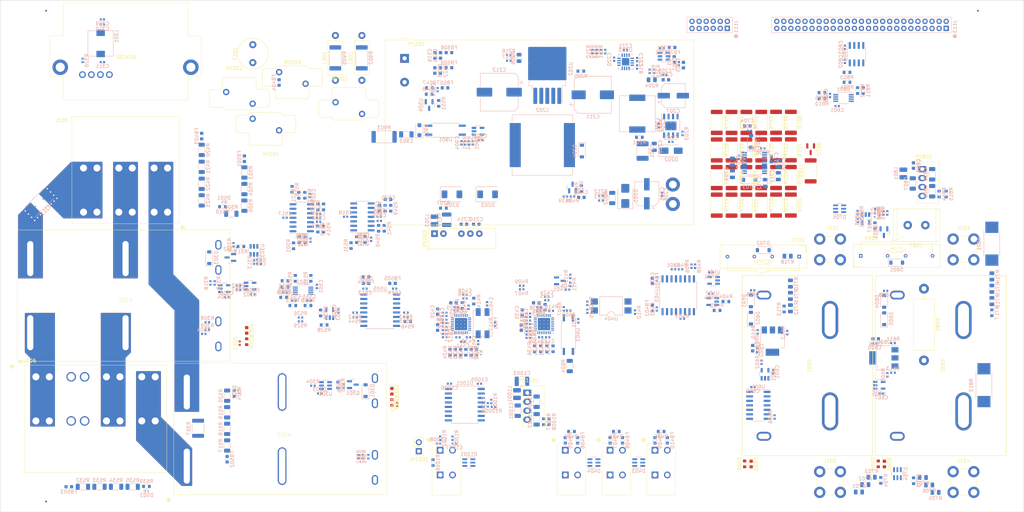
<source format=kicad_pcb>
(kicad_pcb (version 20221018) (generator pcbnew)
  (title_block (title "xx-xxx-GER-001 Charger Control (HV) Board") (date "2023-11-07") (rev "0.a") (company "Indra Renewable Technologies Ltd"))
  (layers (0 "F.Cu" signal) (31 "B.Cu" signal) (34 "B.Paste" user) (35 "F.Paste" user) (36 "B.SilkS" user "B.Silkscreen") (37 "F.SilkS" user "F.Silkscreen") (38 "B.Mask" user) (39 "F.Mask" user) (44 "Edge.Cuts" user))
  (net 0 "")
  (net 1 "GND")
  (net 2 "Net-(U201-VIN)")
  (net 3 "Net-(D202-K)")
  (net 4 "Net-(U201-BOOT)")
  (net 5 "Net-(D201-A1)")
  (net 6 "Net-(U201-FB)")
  (net 7 "3V3_iso")
  (net 8 "0V_iso")
  (net 9 "Net-(U202-VIN)")
  (net 10 "Net-(U202-FB)")
  (net 11 "Net-(C213-Pad1)")
  (net 12 "-3V3_iso")
  (net 13 "+12V")
  (net 14 "+3.3V")
  (net 15 "/main-power-supplies/12V_SNS+")
  (net 16 "/main-power-supplies/12V_SNS-")
  (net 17 "/main-power-supplies/5V_SNS+")
  (net 18 "/main-power-supplies/5V_SNS-")
  (net 19 "/main-power-supplies/3V3_SNS+")
  (net 20 "/main-power-supplies/3V3_SNS-")
  (net 21 "/AC-switching/12v_switched")
  (net 22 "+5V")
  (net 23 "Net-(U403-Vcc1)")
  (net 24 "Net-(U403-Vcc2)")
  (net 25 "/AC-metering/v_stpm")
  (net 26 "/AC-metering/en")
  (net 27 "Net-(U405-XTAL2)")
  (net 28 "/AC-metering/syn")
  (net 29 "Net-(U405-XTAL1)")
  (net 30 "Net-(U405-VREF1)")
  (net 31 "Net-(U405-VREF2)")
  (net 32 "Net-(U405-VDDA)")
  (net 33 "Net-(U405-VDDD)")
  (net 34 "Net-(U406-VREF1)")
  (net 35 "Net-(U406-VREF2)")
  (net 36 "Net-(U406-VDDA)")
  (net 37 "Net-(U406-VDDD)")
  (net 38 "/AC-metering/vip_N1")
  (net 39 "/AC-metering/vip_L1")
  (net 40 "/AC-metering/iin_L1")
  (net 41 "/AC-metering/iip_L1")
  (net 42 "/AC-metering/iin_ext_house")
  (net 43 "/AC-metering/iip_ext_house")
  (net 44 "/AC-metering/iin_ext_aux_1")
  (net 45 "/AC-metering/iip_ext_aux_1")
  (net 46 "/AC-metering/iin_ext_aux_2")
  (net 47 "/AC-metering/iip_ext_aux_2")
  (net 48 "/PESTSs/v_ref")
  (net 49 "Net-(C502-Pad1)")
  (net 50 "Net-(C502-Pad2)")
  (net 51 "Net-(U501D-+)")
  (net 52 "/PESTSs/l1_neutral_meas")
  (net 53 "Net-(C505-Pad1)")
  (net 54 "Net-(C505-Pad2)")
  (net 55 "Net-(U501C-+)")
  (net 56 "/PESTSs/cpc_neutral_meas")
  (net 57 "Net-(C509-Pad1)")
  (net 58 "Net-(C509-Pad2)")
  (net 59 "Net-(U504D-+)")
  (net 60 "/PESTSs/tt_ref_neutral_meas")
  (net 61 "Net-(U505-Vcc2)")
  (net 62 "Net-(U505-Vcc1)")
  (net 63 "Net-(U501E-V+)")
  (net 64 "Net-(C519-Pad1)")
  (net 65 "Net-(U504C-+)")
  (net 66 "Net-(U501E-V-)")
  (net 67 "/DC-switching-and-measurement/dc_pos_contactor_drive")
  (net 68 "/DC-switching-and-measurement/dc_neg_contactor_drive")
  (net 69 "Net-(U701-CAP+)")
  (net 70 "Net-(U701-CAP-)")
  (net 71 "/DC-switching-and-measurement/HVDC-voltage-measurement/-5V")
  (net 72 "/DC-switching-and-measurement/HVDC-voltage-measurement/AGND")
  (net 73 "Net-(U702-VIN1)")
  (net 74 "Net-(U702-VIN2)")
  (net 75 "Net-(U702-VIN3)")
  (net 76 "Net-(U702-REF)")
  (net 77 "Net-(U702-VIN4)")
  (net 78 "Net-(U702-VIN5)")
  (net 79 "/DC-switching-and-measurement/HVDC-insulation-leakage-detection/+5V_ISO")
  (net 80 "/DC-switching-and-measurement/HVDC-insulation-leakage-detection/GND_ISO")
  (net 81 "Net-(U801-Vin+)")
  (net 82 "Net-(U801-Vin-)")
  (net 83 "Net-(PS801-+Vin)")
  (net 84 "Net-(C901-Pad1)")
  (net 85 "Net-(C903-Pad1)")
  (net 86 "Net-(D901-K)")
  (net 87 "Net-(U902-+)")
  (net 88 "Net-(D204-K)")
  (net 89 "Net-(D301-A)")
  (net 90 "Net-(D302-A)")
  (net 91 "Net-(D303-A)")
  (net 92 "Net-(D304-A)")
  (net 93 "/AC-metering/sclk")
  (net 94 "Net-(D401-Pad3)")
  (net 95 "/AC-metering/metering_ext_aux_ct_2_pos")
  (net 96 "/AC-metering/metering_ext_aux_ct_2_neg")
  (net 99 "/AC-metering/metering_ext_house_ct_pos")
  (net 100 "/AC-metering/metering_ext_house_ct_neg")
  (net 101 "/AC-metering/metering_ext_aux_ct_1_pos")
  (net 102 "/AC-metering/metering_ext_aux_ct_1_neg")
  (net 103 "Net-(D501-A1)")
  (net 104 "Net-(D502-A1)")
  (net 105 "Net-(D503-A1)")
  (net 106 "Net-(D601-A)")
  (net 107 "Net-(D603-A)")
  (net 108 "Net-(D604-A)")
  (net 109 "Net-(D606-A)")
  (net 110 "Net-(D701-K)")
  (net 111 "Net-(D703-A)")
  (net 116 "Net-(D801-A)")
  (net 117 "Net-(D901-A)")
  (net 118 "/L1_IN")
  (net 119 "/main-power-supplies/LIVE_TO_ZC")
  (net 120 "Net-(F801-Pad1)")
  (net 121 "Net-(F801-Pad2)")
  (net 122 "Net-(FB403-Pad2)")
  (net 123 "/NEUTRAL_IN")
  (net 124 "Net-(FB405-Pad2)")
  (net 125 "Net-(FB407-Pad2)")
  (net 126 "Net-(FB409-Pad2)")
  (net 127 "Net-(FB501-Pad2)")
  (net 128 "/CPC_IN")
  (net 129 "Net-(FB502-Pad2)")
  (net 130 "/TT_REF")
  (net 131 "Net-(FB503-Pad2)")
  (net 132 "/AC-switching/ac_l1_out")
  (net 133 "/AC-switching/ac_neutral_out")
  (net 134 "/DC-switching-and-measurement/dc_input_battery_pos")
  (net 135 "/DC-switching-and-measurement/dc_output_inverter_pos")
  (net 136 "/DC-switching-and-measurement/dc_input_battery_neg")
  (net 137 "/DC-switching-and-measurement/dc_output_inverter_neg")
  (net 138 "/DC_VOLTAGE_CS")
  (net 139 "/HVIL_MON")
  (net 140 "/ESTOP_LATCH")
  (net 141 "/DC_CONTACTOR_POS")
  (net 142 "/DC_CONTACTOR_NEG")
  (net 143 "/A7NS_SPI1_CLK")
  (net 144 "/A7NS_SPI1_MISO")
  (net 145 "/A7NS_SPI1_MOSI")
  (net 146 "/DC_I_SHUNT_EN")
  (net 147 "/ZC_DIGITAL")
  (net 148 "/M4_SPI2_MISO")
  (net 149 "/M4_SPI2_MOSI")
  (net 150 "/M4_SPI2_CLK")
  (net 151 "/METERING_ZCR")
  (net 152 "/METERING_SYN")
  (net 153 "/METERING_CS1")
  (net 154 "/METERING_CS2")
  (net 155 "/PESTS_CS")
  (net 156 "/AC_RCM_TEST")
  (net 157 "/RCM_DC_ERROR")
  (net 158 "Net-(K301-Pad6)")
  (net 159 "Net-(K302-Pad6)")
  (net 160 "/DC-switching-and-measurement/HVDC-voltage-measurement/dc_sense_battery_pos_switched")
  (net 161 "/DC-switching-and-measurement/HVDC-insulation-leakage-detection/shunt_high")
  (net 162 "Net-(PS202-+Vin)")
  (net 163 "Net-(U701-OUT)")
  (net 164 "Net-(L901-Pad1)")
  (net 165 "Net-(Q301-G)")
  (net 166 "Net-(Q302-G)")
  (net 167 "Net-(Q801-B)")
  (net 168 "Net-(U201-EN)")
  (net 169 "Net-(U203-PV)")
  (net 170 "Net-(U203-CRITICAL)")
  (net 171 "Net-(U203-WARNING)")
  (net 172 "Net-(U203-TC)")
  (net 173 "Net-(U301-IN)")
  (net 174 "Net-(U301-SINK)")
  (net 175 "/1P_SHUNT_L1_P")
  (net 176 "/1P_SHUNT_L1_N")
  (net 177 "Net-(R312-Pad1)")
  (net 178 "Net-(U303-IN)")
  (net 179 "Net-(R313-Pad2)")
  (net 180 "Net-(U303-SINK)")
  (net 181 "Net-(R317-Pad1)")
  (net 182 "Net-(R317-Pad2)")
  (net 183 "Net-(R318-Pad1)")
  (net 184 "Net-(R319-Pad1)")
  (net 185 "/AC-metering/mi")
  (net 186 "Net-(R404-Pad2)")
  (net 187 "/AC-metering/miso")
  (net 188 "/AC-metering/zcr")
  (net 189 "Net-(R413-Pad2)")
  (net 190 "/AC-metering/clk_stpm")
  (net 191 "/AC-metering/cs1")
  (net 192 "Net-(U405-SYN)")
  (net 193 "/AC-metering/cs2")
  (net 194 "Net-(U406-SYN)")
  (net 195 "Net-(R420-Pad1)")
  (net 196 "Net-(R421-Pad1)")
  (net 197 "Net-(R422-Pad1)")
  (net 198 "Net-(U407-REF)")
  (net 199 "/PESTSs/v_mid_ref")
  (net 200 "/PESTSs/sclk")
  (net 201 "Net-(U502-CLK)")
  (net 202 "Net-(R503-Pad1)")
  (net 203 "Net-(R504-Pad1)")
  (net 204 "Net-(R505-Pad1)")
  (net 205 "Net-(U501A--)")
  (net 206 "/PESTSs/miso")
  (net 207 "Net-(U502-Dout)")
  (net 208 "Net-(U501D--)")
  (net 209 "/PESTSs/mosi")
  (net 210 "Net-(U502-Din)")
  (net 211 "/PESTSs/~{cs}")
  (net 212 "Net-(U502-~{CS})")
  (net 213 "Net-(R517-Pad1)")
  (net 214 "Net-(R518-Pad1)")
  (net 215 "Net-(R519-Pad1)")
  (net 216 "Net-(U501B--)")
  (net 217 "Net-(U501C--)")
  (net 218 "Net-(R528-Pad2)")
  (net 219 "/PESTSs/buf_miso")
  (net 220 "Net-(R532-Pad1)")
  (net 221 "Net-(R533-Pad1)")
  (net 222 "Net-(R534-Pad1)")
  (net 223 "Net-(U504A--)")
  (net 224 "Net-(U504D--)")
  (net 225 "Net-(U505-OUTD)")
  (net 226 "Net-(U505-IND)")
  (net 227 "Net-(U505-OUTE)")
  (net 228 "Net-(U505-INE)")
  (net 229 "Net-(U505-OUTF)")
  (net 230 "Net-(U506-REF)")
  (net 231 "Net-(R601-Pad1)")
  (net 232 "Net-(U602-ON{slash}~{OFF})")
  (net 233 "/DC-switching-and-measurement/dc_pos_en")
  (net 234 "Net-(R604-Pad1)")
  (net 235 "Net-(R606-Pad1)")
  (net 236 "Net-(U606-ON{slash}~{OFF})")
  (net 237 "/DC-switching-and-measurement/dc_neg_en")
  (net 238 "Net-(R701-Pad1)")
  (net 239 "Net-(R702-Pad1)")
  (net 240 "Net-(R705-Pad1)")
  (net 241 "Net-(R706-Pad1)")
  (net 242 "Net-(R710-Pad1)")
  (net 243 "Net-(R711-Pad1)")
  (net 244 "Net-(R714-Pad1)")
  (net 245 "Net-(R715-Pad1)")
  (net 246 "Net-(R719-Pad1)")
  (net 247 "Net-(R720-Pad1)")
  (net 248 "Net-(R721-Pad1)")
  (net 249 "Net-(R722-Pad1)")
  (net 250 "Net-(R723-Pad1)")
  (net 251 "Net-(R724-Pad1)")
  (net 252 "Net-(R731-Pad1)")
  (net 253 "Net-(R732-Pad1)")
  (net 254 "Net-(R733-Pad1)")
  (net 255 "Net-(R734-Pad1)")
  (net 256 "Net-(R735-Pad1)")
  (net 257 "Net-(R736-Pad1)")
  (net 258 "Net-(U801-SDA)")
  (net 259 "Net-(U801-SCL)")
  (net 260 "Net-(R807-Pad1)")
  (net 261 "Net-(R808-Pad2)")
  (net 262 "Net-(U801-A0)")
  (net 263 "Net-(U801-A1)")
  (net 269 "Net-(U401-Pad4)")
  (net 270 "/AC-metering/mosi")
  (net 287 "Net-(U803-Pad2)")
  (net 288 "Net-(U504B--)")
  (net 289 "Net-(RCM301A-+V)")
  (net 290 "/AC-switching/neut_sw")
  (net 291 "/AC_EARTH_RELAY_SENSE")
  (net 292 "/AC_POWER_RELAY_SENSE")
  (net 293 "/AC_POWER_RELAY_EN")
  (net 294 "/AC_EARTH_RELAY_EN")
  (net 295 "/A7NS_I2C1_SDA")
  (net 296 "/A7NS_I2C1_SCL")
  (net 297 "/AC-switching/ac_cpc_out")
  (net 298 "Net-(PS1001-+Vin)")
  (net 299 "+5V_ISO1")
  (net 300 "GND_ISO1")
  (net 301 "Net-(U1001-B)")
  (net 302 "GND_ISO2")
  (net 303 "/RS485/RS485_N")
  (net 304 "/RS485/RS485_P")
  (net 305 "Net-(U1001-A)")
  (net 308 "/main-power-supplies/NEUTRAL_IN")
  (net 309 "Net-(JP1001-A)")
  (net 310 "Net-(U1001-DE)")
  (net 311 "/RS485/UART_DE")
  (net 312 "/RS485/UART_RE")
  (net 313 "/RS485/UART_RX")
  (net 314 "/RS485/UART_TX")
  (net 317 "/DC-switching-and-measurement/hvil_input")
  (footprint "Resistor_SMD:R_2512_6332Metric" (layer "F.Cu") (at 345.5 199.7775 -90)
    (fp_text reference "R743")
    (fp_text value "120K" hide)
  )
  (footprint "Converter_ACDC:Converter_ACDC_MeanWell_IRM-60-xx_THT" (layer "F.Cu") (at 257.07 181.635)
    (fp_text reference "PS201")
    (fp_text value "IRM-60-12" hide)
  )
  (footprint "Resistor_SMD:R_2512_6332Metric" (layer "F.Cu") (at 349.7 207.5775 -90)
    (fp_text reference "R735")
    (fp_text value "120K" hide)
  )
  (footprint "hw-v2x-play1_1-power-board.pretty:AHER2281" (layer "F.Cu") (at 178.02 248.853 180)
    (fp_text reference "K302")
    (fp_text value "AHER2281")
  )
  (footprint "MountingHole:MountingHole_4.3mm_M4" (layer "F.Cu") (at 426.5 171.152)
    (fp_text reference "H101" hide)
    (fp_text value "MountingHole" hide)
  )
  (footprint "TerminalBlock_Wuerth:Wuerth_REDCUBE-THR_WP-THRSH_74651175_THR" (layer "F.Cu") (at 377.6 235.7525)
    (fp_text reference "J101")
    (fp_text value "74651175R" hide)
  )
  (footprint "Resistor_SMD:R_2512_6332Metric" (layer "F.Cu") (at 366.5 215.39 -90)
    (fp_text reference "R730")
    (fp_text value "120K" hide)
  )
  (footprint "hw-v2x-play1_1-power-board:B72214R2301K101" (layer "F.Cu") (at 214.02 194.477 180)
    (fp_text reference "RV202")
    (fp_text value "B72214R2301K101" hide)
  )
  (footprint "Inductor_THT:L_Axial_L9.5mm_D4.0mm_P12.70mm_Horizontal_Fastron_SMCC" (layer "F.Cu") (at 237.47 187.852 90)
    (fp_text reference "L902")
    (fp_text value "47uH" hide)
  )
  (footprint "hw-v2x-play1_1-power-board.pretty:AMPHENOL_NZ_0400xBxxxxG_4_PIN_CONNECTOR" (layer "F.Cu") (at 169.515 283.7525)
    (fp_text reference "J106")
    (fp_text value "NZ 04000B0000G" hide)
  )
  (footprint "MountingHole:MountingHole_4.3mm_M4" (layer "F.Cu") (at 426.5 304.1525)
    (fp_text reference "H104" hide)
    (fp_text value "MountingHole" hide)
  )
  (footprint "Resistor_SMD:R_2512_6332Metric" (layer "F.Cu") (at 353.9 215.415 -90)
    (fp_text reference "R727")
    (fp_text value "120K" hide)
  )
  (footprint "LED_SMD:LED_0603_1608Metric" (layer "F.Cu") (at 355.25 296.56 -90)
    (fp_text reference "D603")
    (fp_text value "Green LED" hide)
  )
  (footprint "Capacitor_SMD:C_0402_1005Metric" (layer "F.Cu") (at 210.34 262.305 90)
    (fp_text reference "C305")
    (fp_text value "0.1uF" hide)
  )
  (footprint "Connector_PinHeader_2.54mm:PinHeader_1x02_P2.54mm_Vertical" (layer "F.Cu") (at 261.1 292.9275 180)
    (fp_text reference "JP1001")
    (fp_text value "NO" hide)
  )
  (footprint "hw-v2x-play1_1-power-board:B72214R2301K101" (layer "F.Cu") (at 214.02 198.727)
    (fp_text reference "RV201")
    (fp_text value "B72214R2301K101" hide)
  )
  (footprint "MountingHole:MountingHole_4.3mm_M4" (layer "F.Cu") (at 148.5 304.1525)
    (fp_text reference "H103" hide)
    (fp_text value "MountingHole" hide)
  )
  (footprint "LED_SMD:LED_0603_1608Metric" (layer "F.Cu") (at 212.34 258.705 -90)
    (fp_text reference "D304")
    (fp_text value "Green LED" hide)
  )
  (footprint "LED_SMD:LED_0603_1608Metric" (layer "F.Cu") (at 253.47 275.95 -90)
    (fp_text reference "D302")
    (fp_text value "Green LED" hide)
  )
  (footprint "hw-v2x-play1_1-power-board.pretty:RCM-EV-02_P" (layer "F.Cu") (at 178.02 179.652 180)
    (fp_text reference "RCM301")
    (fp_text value "RCM-EV-02_P")
  )
  (footprint "Resistor_SMD:R_0603_1608Metric" (layer "F.Cu") (at 253.47 279.15 -90)
    (fp_text reference "R303")
    (fp_text value "1.8K" hide)
  )
  (footprint "MountingHole:MountingHole_4.3mm_M4" (layer "F.Cu") (at 287.5 171.1525)
    (fp_text reference "H105" hide)
    (fp_text value "MountingHole" hide)
  )
  (footprint "hw-v2x-play1_1-power-board.pretty:AMPHENOL_NZ_0300xBxxxxG_3_PIN_CONNECTOR" (layer "F.Cu") (at 178.02 213.3025 180)
    (fp_text reference "J105")
    (fp_text value "NZ 03000B0000G" hide)
  )
  (footprint "Resistor_SMD:R_2512_6332Metric" (layer "F.Cu") (at 349.7 215.415 -90)
    (fp_text reference "R726")
    (fp_text value "120K" hide)
  )
  (footprint "Resistor_SMD:R_2512_6332Metric" (layer "F.Cu") (at 345.5 207.5775 -90)
    (fp_text reference "R736")
    (fp_text value "120K" hide)
  )
  (footprint "LED_SMD:LED_0603_1608Metric" (layer "F.Cu") (at 393 296.56 -90)
    (fp_text reference "D606")
    (fp_text value "Green LED" hide)
  )
  (footprint "hw-v2x-play1_1-power-board.pretty:CUI_TBLH10-350-02BK_2_PIN_CONNECTOR" (layer "F.Cu") (at 329.75 298.0505)
    (fp_text reference "J110")
    (fp_text value "TBLH10-350-02BK" hide)
  )
  (footprint "hw-v2x-play1_1-power-board:SHV05-1A85" (layer "F.Cu") (at 386.3 237.5875)
    (fp_text reference "K801")
    (fp_text value "SHV05-1A85" hide)
  )
  (footprint "Resistor_THT:R_Axial_DIN0614_L14.3mm_D5.7mm_P20.32mm_Horizontal" (layer "F.Cu") (at 404.2 246.8925 -90)
    (fp_text reference "R809")
    (fp_text value "1R" hide)
  )
  (footprint "Fiducial:Fiducial_0.5mm_Mask1mm" (layer "F.Cu") (at 155.5 168.1525)
    (fp_text reference "FID101" hide)
    (fp_text value "Fiducial" hide)
  )
  (footprint "hw-v2x-play1_1-power-board:B72214R2301K101" (layer "F.Cu") (at 221.52 185.527)
    (fp_text reference "RV203")
    (fp_text value "B72214R2301K101" hide)
  )
  (footprint "MountingHole:MountingHole_4.3mm_M4" (layer "F.Cu") (at 287.5 304.1525)
    (fp_text reference "H106" hide)
    (fp_text value "MountingHole" hide)
  )
  (footprint "Resistor_SMD:R_2512_6332Metric" (layer "F.Cu") (at 362.3 215.39 -90)
    (fp_text reference "R729")
    (fp_text value "120K" hide)
  )
  (footprint "TerminalBlock_Wuerth:Wuerth_REDCUBE-THR_WP-THRSH_74651175_THR" (layer "F.Cu") (at 415.4 301.6525)
    (fp_text reference "J104")
    (fp_text value "74651175R" hide)
  )
  (footprint "hw-v2x-play1_1-power-board:B72214R2301K101" (layer "F.Cu") (at 245.02 197.377 180)
    (fp_text reference "RV901")
    (fp_text value "B72214R2301K101" hide)
  )
  (footprint "Fiducial:Fiducial_0.5mm_Mask1mm" (layer "F.Cu") (at 419.5 168.1525)
    (fp_text reference "FID103" hide)
    (fp_text value "Fiducial" hide)
  )
  (footprint "Resistor_SMD:R_2512_6332Metric" (layer "F.Cu") (at 349.7 223.215 -90)
    (fp_text reference "R720")
    (fp_text value "120K" hide)
  )
  (footprint "Resistor_SMD:R_2512_6332Metric" (layer "F.Cu") (at 366.5 207.5525 -90)
    (fp_text reference "R731")
    (fp_text value "120K" hide)
  )
  (footprint "Resistor_SMD:R_2512_6332Metric" (layer "F.Cu") (at 345.5 215.415 -90)
    (fp_text reference "R725")
    (fp_text value "120K" hide)
  )
  (footprint "Resistor_SMD:R_2512_6332Metric" (layer "F.Cu") (at 358.1 207.5775 -90)
    (fp_text reference "R733")
    (fp_text value "120K" hide)
  )
  (footprint "Resistor_SMD:R_2512_6332Metric" (layer "F.Cu") (at 362.3 223.19 -90)
    (fp_text reference "R723")
    (fp_text value "120K" hide)
  )
  (footprint "hw-v2x-play1_1-power-board:AHER2281" (layer "F.Cu") (at 222.3725 286.653 180)
    (fp_text reference "K301")
    (fp_text value "AHER2281" hide)
  )
  (footprint "hw-v2x-play1_1-power-board.pretty:CUI_TBLH10-350-02BK_2_PIN_CONNECTOR" (layer "F.Cu") (at 304.35 298.0505)
    (fp_text reference "J108")
    (fp_text value "TBLH10-350-02BK" hide)
  )
  (footprint "Resistor_SMD:R_2512_6332Metric" (layer "F.Cu") (at 366.5 223.19 -90)
    (fp_text reference "R724")
    (fp_text value "120K" hide)
  )
  (footprint "Resistor_SMD:R_2512_6332Metric" (layer "F.Cu") (at 345.5 223.215 -90)
    (fp_text reference "R719")
    (fp_text value "120K" hide)
  )
  (footprint "hw-v2x-play1_1-power-board.pretty:ROE-1205S" (layer "F.Cu") (at 291.8175 276.37)
    (fp_text reference "PS1001")
    (fp_text value "ROE-1205S" hide)
  )
  (footprint "TerminalBlock_Wuerth:Wuerth_REDCUBE-THR_WP-THRSH_74651175_THR" (layer "F.Cu") (at 377.6 301.6525)
    (fp_text reference "J102")
    (fp_text value "74651175R" hide)
  )
  (footprint "Resistor_SMD:R_2512_6332Metric" (layer "F.Cu") (at 366.5 199.7525 -90)
    (fp_text reference "R738")
    (fp_text value "120K" hide)
  )
  (footprint "Resistor_SMD:R_2512_6332Metric" (layer "F.Cu") (at 358.1 199.7775 -90)
    (fp_text reference "R740")
    (fp_text value "120K" hide)
  )
  (footprint "Resistor_SMD:R_2512_6332Metric" (layer "F.Cu") (at 353.9 207.5775 -90)
    (fp_text reference "R734")
    (fp_text value "120K" hide)
  )
  (footprint "Resistor_SMD:R_0603_1608Metric" (layer "F.Cu") (at 391.25 296.52 90)
    (fp_text reference "R609")
    (fp_text value "1.8K" hide)
  )
  (footprint "Resistor_SMD:R_2512_6332Metric" (layer "F.Cu") (at 372.1 213.515 90)
    (fp_text reference "R737")
    (fp_text value "200R" hide)
  )
  (footprint "hw-v2x-play1_1-power-board.pretty:ROE-1205S" (layer "F.Cu") (at 403.7175 213.005)
    (fp_text reference "PS801")
    (fp_text value "ROE-1205S" hide)
  )
  (footprint "hw-v2x-play1_1-power-board:G9KB-1A_DCxx" (layer "F.Cu") (at 371.2 268.7025 -90)
    (fp_text reference "K601")
    (fp_text value "OMRON_G9KB-1A" hide)
  )
  (footprint "hw-v2x-play1_1-power-board:SHV05-1A85" (layer "F.Cu") (at 368.85 237.795 180)
    (fp_text reference "K701")
    (fp_text value "SHV05-1A85" hide)
  )
  (footprint "Resistor_SMD:R_2512_6332Metric" (layer "F.Cu") (at 349.7 199.7775 -90)
    (fp_text reference "R742")
    (fp_text value "120K" hide)
  )
  (footprint "Resistor_SMD:R_2512_6332Metric" (layer "F.Cu") (at 353.9 199.7775 -90)
    (fp_text reference "R741")
    (fp_text value "120K" hide)
  )
  (footprint "Fiducial:Fiducial_0.5mm_Mask1mm" (layer "F.Cu") (at 155.5 307.1525)
    (fp_text reference "FID102" hide)
    (fp_text value "Fiducial" hide)
  )
  (footprint "Resistor_THT:R_Radial_Power_L13.0mm_W9.0mm_P5.00mm" (layer "F.Cu") (at 404.6 228.8875 180)
    (fp_text reference "F801")
    (fp_text value "TRF600-150-RB" hide)
  )
  (footprint "Capacitor_SMD:C_0402_1005Metric" (layer "F.Cu") (at 254.97 279.75 90)
    (fp_text reference "C301")
    (fp_text value "0.1uF" hide)
  )
  (footprint "Converter_DCDC:Converter_DCDC_XP_POWER-IAxxxxS_THT" (layer "F.Cu") (at 265.54 231.2855 90)
    (fp_text reference "PS202")
    (fp_text value "IA0503S" hide)
  )
  (footprint "MountingHole:MountingHole_4.3mm_M4" (layer "F.Cu") (at 148.5 171.1525)
    (fp_text reference "H102" hide)
    (fp_text value "MountingHole" hide)
  )
  (footprint "Inductor_THT:L_Axial_L9.5mm_D4.0mm_P12.70mm_Horizontal_Fastron_SMCC" (layer "F.Cu") (at 244.97 187.852 90)
    (fp_text reference "L901")
    (fp_text value "47uH" hide)
  )
  (footprint "Resistor_SMD:R_0603_1608Metric" (layer "F.Cu") (at 212.34 261.905 -90)
    (fp_text reference "R310")
    (fp_text value "1.8K" hide)
  )
  (footprint "hw-v2x-play1_1-power-board.pretty:CUI_TBLH10-350-02BK_2_PIN_CONNECTOR" (layer "F.Cu") (at 317.05 298.0505)
    (fp_text reference "J109")
    (fp_text value "TBLH10-350-02BK" hide)
  )
  (footprint "Resistor_SMD:R_2512_6332Metric" (layer "F.Cu") (at 358.1 215.415 -90)
    (fp_text reference "R728")
    (fp_text value "120K" hide)
  )
  (footprint "Resistor_SMD:R_2512_6332Metric" (layer "F.Cu") (at 353.9 223.215 -90)
    (fp_text reference "R721")
    (fp_text value "120K" hide)
  )
  (footprint "Resistor_SMD:R_2512_6332Metric" (layer "F.Cu") (at 358.1 223.215 -90)
    (fp_text reference "R722")
    (fp_text value "120K" hide)
  )
  (footprint "hw-v2x-play1_1-power-board.pretty:CUI_TBLH10-350-02BK_2_PIN_CONNECTOR" (layer "F.Cu") (at 268.9 298.053)
    (fp_text reference "J112")
    (fp_text value "TBLH10-350-02BK" hide)
  )
  (footprint "Resistor_SMD:R_2512_6332Metric" (layer "F.Cu") (at 362.3 207.5525 -90)
    (fp_text reference "R732")
    (fp_text value "120K" hide)
  )
  (footprint "Resistor_SMD:R_2512_6332Metric" (layer "F.Cu") (at 362.3 199.7525 -90)
    (fp_text reference "R739")
    (fp_text value "120K" hide)
  )
  (footprint "hw-v2x-play1_1-power-board:G9KB-1A_DCxx" (layer "F.Cu") (at 409 268.7025 -90)
    (fp_text reference "K602")
    (fp_text value "OMRON_G9KB-1A" hide)
  )
  (footprint "TerminalBlock_Wuerth:Wuerth_REDCUBE-THR_WP-THRSH_74651175_THR" (layer "F.Cu") (at 415.4 235.7525)
    (fp_text reference "J103")
    (fp_text value "74651175R" hide)
  )
  (footprint "hw-v2x-play1_1-power-board:37205000001" (layer "F.Cu") (at 214.07 182.842 90)
    (fp_text reference "F201")
    (fp_text value "500mA" hide)
  )
  (footprint "Package_TO_SOT_SMD:SOT-23" (layer "F.Cu") (at 372.1 207.3775 -90)
    (fp_text reference "D706")
    (fp_text value "BAV99" hide)
  )
  (footprint "Resistor_SMD:R_0603_1608Metric" (layer "F.Cu") (at 353.4 296.52 90)
    (fp_text reference "R603")
    (fp_text value "1.8K" hide)
  )
  (footprint "Capacitor_SMD:C_0402_1005Metric" (layer "B.Cu") (at 271.675 252.1525)
    (fp_text reference "C421")
    (fp_text value "0.1uF" hide)
  )
  (footprint "Resistor_SMD:R_0402_1005Metric" (layer "B.Cu") (at 395.44 262.295 180)
    (fp_text reference "R611")
    (fp_text value "47K" hide)
  )
  (footprint "Capacitor_SMD:C_0603_1608Metric" (layer "B.Cu") (at 266.425 253.4025 -90)
    (fp_text reference "C420")
    (fp_text value "1uF" hide)
  )
  (footprint "Package_TO_SOT_SMD:SOT-553" (layer "B.Cu") (at 390.91 226.03 180)
    (fp_text reference "U804")
    (fp_text value "NL17SZ14" hide)
  )
  (footprint "Capacitor_SMD:C_0402_1005Metric" (layer "B.Cu") (at 171.46 182.7)
    (fp_text reference "C311")
    (fp_text value "0.1uF" hide)
  )
  (footprint "Capacitor_SMD:C_0402_1005Metric" (layer "B.Cu") (at 381.8075 178.485 -90)
    (fp_text reference "C803")
    (fp_text value "0.1uF" hide)
  )
  (footprint "Capacitor_SMD:C_0402_1005Metric" (layer "B.Cu") (at 267.925 256.1525 -90)
    (fp_text reference "C415")
    (fp_text value "0.1uF" hide)
  )
  (footprint "Resistor_SMD:R_0805_2012Metric" (layer "B.Cu") (at 423.44 250.405 90)
    (fp_text reference "R716")
    (fp_text value "240K" hide)
  )
  (footprint "Resistor_SMD:R_0402_1005Metric" (layer "B.Cu") (at 333.24 241.3825 180)
    (fp_text reference "R401")
    (fp_text value "10k" hide)
  )
  (footprint "Capacitor_SMD:C_0402_1005Metric" (layer "B.Cu") (at 322.9275 184.0775 90)
    (fp_text reference "C218")
    (fp_text value "0.1uF" hide)
  )
  (footprint "Package_TO_SOT_SMD:SOT-23" (layer "B.Cu") (at 242.41 274.0675)
    (fp_text reference "Q301")
    (fp_text value "DMG2302UK-7" hide)
  )
  (footprint "Resistor_SMD:R_0603_1608Metric" (layer "B.Cu") (at 245.9 232.9775 -90)
    (fp_text reference "R537")
    (fp_text value "10K" hide)
  )
  (footprint "Resistor_SMD:R_0402_1005Metric" (layer "B.Cu") (at 335.79 202.9025 90)
    (fp_text reference "R203")
    (fp_text value "470K" hide)
  )
  (footprint "Package_SO:VSSOP-10_3x3mm_P0.5mm" (layer "B.Cu") (at 228.3 247.4525 180)
    (fp_text reference "U502")
    (fp_text value "ADC124S021" hide)
  )
  (footprint "Resistor_SMD:R_1206_3216Metric" (layer "B.Cu") (at 199.59 212.3675 90)
    (fp_text reference "R421")
    (fp_text value "100K" hide)
  )
  (footprint "Resistor_SMD:R_0603_1608Metric" (layer "B.Cu") (at 272.925 264.9025 -90)
    (fp_text reference "R430")
    (fp_text value "1K" hide)
  )
  (footprint "Inductor_SMD:L_0603_1608Metric" (layer "B.Cu") (at 161.9375 303)
    (fp_text reference "FB503")
    (fp_text value "BLM18AG102SN1D" hide)
  )
  (footprint "Resistor_SMD:R_0603_1608Metric" (layer "B.Cu") (at 227.1 220.4275 -90)
    (fp_text reference "R521")
    (fp_text value "10K" hide)
  )
  (footprint "Resistor_SMD:R_0603_1608Metric" (layer "B.Cu") (at 232.5 223.6975 -90)
    (fp_text reference "R525")
    (fp_text value "10K" hide)
  )
  (footprint "Resistor_SMD:R_0603_1608Metric" (layer "B.Cu") (at 241.9 234.6775 -90)
    (fp_text reference "R531")
    (fp_text value "10K" hide)
  )
  (footprint "Capacitor_SMD:C_1206_3216Metric" (layer "B.Cu") (at 294.4675 283.89 -90)
    (fp_text reference "C1002")
    (fp_text value "47uF" hide)
  )
  (footprint "Capacitor_SMD:C_0402_1005Metric" (layer "B.Cu") (at 232.2 246.2525 90)
    (fp_text reference "C501")
    (fp_text value "0.1uF" hide)
  )
  (footprint "Package_TO_SOT_SMD:SOT-23" (layer "B.Cu") (at 304.64 218.215 90)
    (fp_text reference "U407")
    (fp_text value "TL431DBZ" hide)
  )
  (footprint "Capacitor_SMD:C_0603_1608Metric" (layer "B.Cu") (at 294.375 250.9025)
    (fp_text reference "C438")
    (fp_text value "1uF" hide)
  )
  (footprint "Capacitor_SMD:C_0603_1608Metric" (layer "B.Cu") (at 307.14 221.0275 180)
    (fp_text reference "C444")
    (fp_text value "4.7uF" hide)
  )
  (footprint "Capacitor_SMD:C_0805_2012Metric" (layer "B.Cu") (at 349.9425 210.905 90)
    (fp_text reference "C707")
    (fp_text value "22uF" hide)
  )
  (footprint "Resistor_SMD:R_0805_2012Metric" (layer "B.Cu") (at 365.58 237.67)
    (fp_text reference "R718")
    (fp_text value "0R" hide)
  )
  (footprint "Capacitor_SMD:C_0402_1005Metric" (layer "B.Cu") (at 230.2 220.5275 90)
    (fp_text reference "C505")
    (fp_text value "82nF" hide)
  )
  (footprint "Package_TO_SOT_SMD:SOT-23-5" (layer "B.Cu") (at 387.71 227.03 -90)
    (fp_text reference "U803")
    (fp_text value "74LVC1G08" hide)
  )
  (footprint "Capacitor_SMD:C_0402_1005Metric" (layer "B.Cu") (at 280.425 251.1725 90)
    (fp_text reference "C407")
    (fp_text value "15pF" hide)
  )
  (footprint "Capacitor_SMD:C_0402_1005Metric" (layer "B.Cu") (at 245.85 246.8775)
    (fp_text reference "C513")
    (fp_text value "0.1uF" hide)
  )
  (footprint "Inductor_SMD:L_0603_1608Metric" (layer "B.Cu") (at 302.6 289.8505 90)
    (fp_text reference "FB405")
    (fp_text value "BLM18AG102SN1D" hide)
  )
  (footprint "Capacitor_SMD:CP_Elec_10x10.5" (layer "B.Cu") (at 283.89 191.2025 180)
    (fp_text reference "C212")
    (fp_text value "470uF" hide)
  )
  (footprint "Capacitor_SMD:C_0402_1005Metric" (layer "B.Cu") (at 329.09 200.6025 90)
    (fp_text reference "C204")
    (fp_text value "10nF" hide)
  )
  (footprint "Resistor_SMD:R_0402_1005Metric" (layer "B.Cu") (at 322.345 253.5325 90)
    (fp_text reference "R410")
    (fp_text value "10k" hide)
  )
  (footprint "Resistor_SMD:R_0402_1005Metric" (layer "B.Cu") (at 312.69 220.5025 180)
    (fp_text reference "R212")
    (fp_text value "10R" hide)
  )
  (footprint "Package_SO:SOIC-14_3.9x8.7mm_P1.27mm" (layer "B.Cu") (at 245.125 226.5375)
    (fp_text reference "U504")
    (fp_text value "MC33174" hide)
  )
  (footprint "Capacitor_SMD:C_0402_1005Metric" (layer "B.Cu") (at 267.925 260.1525 90)
    (fp_text reference "C411")
    (fp_text value "0.1uF" hide)
  )
  (footprint "Package_DFN_QFN:QFN-32-1EP_5x5mm_P0.5mm_EP3.45x3.45mm_ThermalVias" (layer "B.Cu") (at 273.0625 256.9025 180)
    (fp_text reference "U405")
    (fp_text value "STPM33" hide)
  )
  (footprint "Resistor_SMD:R_1206_3216Metric" (layer "B.Cu") (at 211.68 223.3625 90)
    (fp_text reference "R505")
    (fp_text value "100K" hide)
  )
  (footprint "Resistor_SMD:R_2512_6332Metric" (layer "B.Cu") (at 251.2675 203.8825 180)
    (fp_text reference "R903")
    (fp_text value "820K" hide)
  )
  (footprint "Capacitor_SMD:C_0402_1005Metric" (layer "B.Cu") (at 269.78 273.7975)
    (fp_text reference "C1006")
    (fp_text value "0.1uF" hide)
  )
  (footprint "Resistor_SMD:R_0603_1608Metric" (layer "B.Cu") (at 295.625 263.9025 -90)
    (fp_text reference "R434")
    (fp_text value "1K" hide)
  )
  (footprint "Package_TO_SOT_SMD:SOT-23" (layer "B.Cu") (at 207.7 238.04 180)
    (fp_text reference "Q302")
    (fp_text value "DMG2302UK-7" hide)
  )
  (footprint "Resistor_SMD:R_0603_1608Metric" (layer "B.Cu") (at 223.2 246.4525)
    (fp_text reference "R513")
    (fp_text value "100R" hide)
  )
  (footprint "Resistor_SMD:R_0402_1005Metric" (layer "B.Cu") (at 312.715 179.7275 -90)
    (fp_text reference "R208")
    (fp_text value "10K" hide)
  )
  (footprint "Capacitor_SMD:C_0603_1608Metric" (layer "B.Cu") (at 249.95 224.0975 90)
    (fp_text reference "C521")
    (fp_text value "1uF" hide)
  )
  (footprint "Resistor_SMD:R_0402_1005Metric" (layer "B.Cu") (at 358.5425 207.155)
    (fp_text reference "R708")
    (fp_text value "10K" hide)
  )
  (footprint "Resistor_SMD:R_0402_1005Metric" (layer "B.Cu") (at 257.45 254.8775)
    (fp_text reference "R545")
    (fp_text value "1K")
  )
  (footprint "Resistor_SMD:R_0603_1608Metric" (layer "B.Cu") (at 266.73 194.39 90)
    (fp_text reference "R551")
    (fp_text value "3.16K" hide)
  )
  (footprint "Capacitor_SMD:C_0603_1608Metric" (layer "B.Cu") (at 265.64 185.0775 90)
    (fp_text reference "C523")
    (fp_text value "1uF" hide)
  )
  (footprint "Resistor_SMD:R_0402_1005Metric" (layer "B.Cu") (at 385.41 225.33 90)
    (fp_text reference "R802")
    (fp_text value "100K" hide)
  )
  (footprint "Resistor_SMD:R_0402_1005Metric" (layer "B.Cu") (at 246.81 294.47 -90)
    (fp_text reference "R301")
    (fp_text value "10K" hide)
  )
  (footprint "Capacitor_SMD:C_0402_1005Metric" (layer "B.Cu") (at 275.155 260.6525)
    (fp_text reference "C439")
    (fp_text value "22nF" hide)
  )
  (footprint "Resistor_SMD:R_0402_1005Metric" (layer "B.Cu") (at 231.11 274.3675 180)
    (fp_text reference "R304")
    (fp_text value "4.7K" hide)
  )
  (footprint "Inductor_SMD:L_0603_1608Metric" (layer "B.Cu") (at 328 289.8505 90)
    (fp_text reference "FB409")
    (fp_text value "BLM18AG102SN1D" hide)
  )
  (footprint "Resistor_SMD:R_0402_1005Metric" (layer "B.Cu") (at 239.81 274.4675 -90)
    (fp_text reference "R306")
    (fp_text value "10K" hide)
  )
  (footprint "Resistor_SMD:R_0603_1608Metric" (layer "B.Cu") (at 274.425 264.9025 -90)
    (fp_text reference "R428")
    (fp_text value "1K" hide)
  )
  (footprint "Capacitor_SMD:C_0603_1608Metric" (layer "B.Cu") (at 277.38 228.6525 180)
    (fp_text reference "C210")
    (fp_text value "1uF" hide)
  )
  (footprint "hw-v2x-play1_1-power-board.pretty:HARWIN_M22-7140642_12_PIN_CONNECTOR" (layer "B.Cu") (at 343.5 172.1525 90)
    (fp_text reference "J111")
    (fp_text value "M22-7140642" hide)
  )
  (footprint "Package_TO_SOT_SMD:SOT-23" (layer "B.Cu") (at 264.03 194.8525 -90)
    (fp_text reference "U506")
    (fp_text value "TL431DBZ" hide)
  )
  (footprint "Resistor_SMD:R_1206_3216Metric" (layer "B.Cu") (at 207.98 225.6625)
    (fp_text reference "R506")
    (fp_text value "100K" hide)
  )
  (footprint "Package_TO_SOT_SMD:SOT-23-5" (layer "B.Cu") (at 277.8675 202.2825)
    (fp_text reference "U902")
    (fp_text value "LM321" hide)
  )
  (footprint "Resistor_SMD:R_0402_1005Metric" (layer "B.Cu") (at 358.18 267.735 -90)
    (fp_text reference "R602")
    (fp_text value "4.7K" hide)
  )
  (footprint "Package_SO:SC-74-6_1.5x2.9mm_P0.95mm" (layer "B.Cu") (at 310.7 296.1505)
    (fp_text reference "D404")
    (fp_text value "CM1293A-04SO" hide)
  )
  (footprint "Capacitor_SMD:C_1206_3216Metric" (layer "B.Cu") (at 289.1175 281.45 -90)
    (fp_text reference "C1001")
    (fp_text value "330pF" hide)
  )
  (footprint "Inductor_SMD:L_0603_1608Metric" (layer "B.Cu") (at 331.5 289.8505 90)
    (fp_text reference "FB410")
    (fp_text value "BLM18AG102SN1D" hide)
  )
  (footprint "Resistor_SMD:R_0603_1608Metric" (layer "B.Cu") (at 345.595 253.0325 180)
    (fp_text reference "R405")
    (fp_text value "0R" hide)
  )
  (footprint "Capacitor_SMD:C_0402_1005Metric" (layer "B.Cu") (at 356.98 264.335 90)
    (fp_text reference "C602")
    (fp_text value "0.1uF" hide)
  )
  (footprint "Resistor_SMD:R_0805_2012Metric" (layer "B.Cu") (at 366.38 245.435 90)
    (fp_text reference "R710")
    (fp_text value "240K" hide)
  )
  (footprint "Resistor_SMD:R_0402_1005Metric" (layer "B.Cu") (at 338.345 240.5225 -90)
    (fp_text reference "R406")
    (fp_text value "10K" hide)
  )
  (footprint "Capacitor_SMD:C_0805_2012Metric" (layer "B.Cu") (at 359.2425 216.955 -90)
    (fp_text reference "C712")
    (fp_text value "22uF" hide)
  )
  (footprint "Inductor_SMD:L_0603_1608Metric" (layer "B.Cu") (at 199.59 203.655 -90)
    (fp_text reference "FB403")
    (fp_text value "BLM18AG102SN1D" hide)
  )
  (footprint "Resistor_SMD:R_0402_1005Metric" (layer "B.Cu") (at 227.58 256.1525)
    (fp_text reference "R529")
    (fp_text value "10K" hide)
  )
  (footprint "Capacitor_SMD:C_0603_1608Metric" (layer "B.Cu") (at 267.24 185.0775 90)
    (fp_text reference "C522")
    (fp_text value "4.7uF" hide)
  )
  (footprint "Capacitor_SMD:C_1210_3225Metric" (layer "B.Cu") (at 290.3175 273.14 180)
    (fp_text reference "C1003")
    (fp_text value "10uF" hide)
  )
  (footprint "Resistor_SMD:R_0603_1608Metric" (layer "B.Cu") (at 317.05 287.3505)
    (fp_text reference "R432")
    (fp_text value "6.04R" hide)
  )
  (footprint "Capacitor_SMD:C_0402_1005Metric" (layer "B.Cu") (at 274.175 249.6525 180)
    (fp_text reference "C409")
    (fp_text value "150pF" hide)
  )
  (footprint "Capacitor_SMD:C_0402_1005Metric" (layer "B.Cu") (at 249.9 227.6775)
    (fp_text reference "C510")
    (fp_text value "82nF" hide)
  )
  (footprint "Capacitor_SMD:C_0603_1608Metric" (layer "B.Cu") (at 390.54 261.095)
    (fp_text reference "C606")
    (fp_text value "1uF" hide)
  )
  (footprint "Inductor_SMD:L_0603_1608Metric" (layer "B.Cu") (at 269.64 184.2775 180)
    (fp_text reference "FB508")
    (fp_text value "BLM18AG102SN1D" hide)
  )
  (footprint "Diode_SMD:D_SOD-123" (layer "B.Cu") (at 355.18 250.335 -90)
    (fp_text reference "D601")
    (fp_text value "B130LAW-7-F" hide)
  )
  (footprint "Capacitor_SMD:C_0402_1005Metric" (layer "B.Cu") (at 297.375 250.1525 180)
    (fp_text reference "C425")
    (fp_text value "150pF" hide)
  )
  (footprint "Capacitor_SMD:C_0402_1005Metric" (layer "B.Cu") (at 329.99 220.2025 90)
    (fp_text reference "C206")
    (fp_text value "0.1uF" hide)
  )
  (footprint "Crystal:Crystal_SMD_EuroQuartz_MQ-4Pin_7.0x5.0mm" (layer "B.Cu") (at 279.175 256.6525 90)
    (fp_text reference "Y401")
    (fp_text value "16MHz" hide)
  )
  (footprint "Diode_SMD:D_SOD-123" (layer "B.Cu") (at 307.29 207.9025 -90)
    (fp_text reference "D204")
    (fp_text value "1N5822" hide)
  )
  (footprint "Capacitor_SMD:C_0603_1608Metric" (layer "B.Cu") (at 266.425 257.9025 90)
    (fp_text reference "C417")
    (fp_text value "1uF" hide)
  )
  (footprint "hw-v2x-play1_1-power-board.pretty:HARWIN_M22-7142542_50_PIN_CONNECTOR" (layer "B.Cu") (at 386.5 172.1525 90)
    (fp_text reference "J113")
    (fp_text value "M22-7142542" hide)
  )
  (footprint "Resistor_SMD:R_0603_1608Metric" (layer "B.Cu") (at 233.28 253.7525 90)
    (fp_text reference "R530")
    (fp_text value "0R" hide)
  )
  (footprint "Capacitor_SMD:C_0402_1005Metric" (layer "B.Cu") (at 292.625 256.3825 -90)
    (fp_text reference "C431")
    (fp_text value "150pF" hide)
  )
  (footprint "Resistor_SMD:R_0603_1608Metric" (layer "B.Cu") (at 228.9 233.0275 -90)
    (fp_text reference "R508")
    (fp_text value "10K" hide)
  )
  (footprint "Capacitor_SMD:C_1206_3216Metric" (layer "B.Cu") (at 257.5675 203.1825)
    (fp_text reference "C903")
    (fp_text value "2n2 1kV" hide)
  )
  (footprint "Resistor_SMD:R_0402_1005Metric" (layer "B.Cu") (at 243.05 253.6775)
    (fp_text reference "R542")
    (fp_text value "1K" hide)
  )
  (footprint "Package_SO:SC-74-6_1.5x2.9mm_P0.95mm" (layer "B.Cu") (at 396.68 299.29 90)
    (fp_text reference "D704")
    (fp_text value "CM1293A-04SO" hide)
  )
  (footprint "Resistor_SMD:R_0805_2012Metric" (layer "B.Cu") (at 385.78 304.49 180)
    (fp_text reference "R701")
    (fp_text value "240K" hide)
  )
  (footprint "Capacitor_SMD:C_0402_1005Metric" (layer "B.Cu") (at 272.195 260.6525 180)
    (fp_text reference "C440")
    (fp_text value "10nF" hide)
  )
  (footprint "Capacitor_SMD:C_0402_1005Metric" (layer "B.Cu") (at 266.43 190.49 -90)
    (fp_text reference "C519")
    (fp_text value "0.1uF" hide)
  )
  (footprint "Package_TO_SOT_SMD:SOT-23-5" (layer "B.Cu") (at 206 246.86)
    (fp_text reference "U304")
    (fp_text value "SN74AHC1G08" hide)
  )
  (footprint "Resistor_SMD:R_1206_3216Metric" (layer "B.Cu") (at 211.68 218.6625 90)
    (fp_text reference "R504")
    (fp_text value "100K" hide)
  )
  (footprint "Resistor_SMD:R_2512_6332Metric" (layer "B.Cu") (at 237.44 181.5 90)
    (fp_text reference "R905")
    (fp_text value "220R" hide)
  )
  (footprint "Capacitor_SMD:C_0402_1005Metric" (layer "B.Cu") (at 233.01 276.5675 180)
    (fp_text reference "C303")
    (fp_text value "0.1uF" hide)
  )
  (footprint "Resistor_SMD:R_0402_1005Metric" (layer "B.Cu") (at 311.515 179.7275 -90)
    (fp_text reference "R209")
    (fp_text value "10K" hide)
  )
  (footprint "Capacitor_SMD:C_1206_3216Metric" (layer "B.Cu") (at 406.53 219.275 -90)
    (fp_text reference "C808")
    (fp_text value "47uF" hide)
  )
  (footprint "Resistor_SMD:R_0402_1005Metric" (layer "B.Cu") (at 335.75 255.3825 180)
    (fp_text reference "R403")
    (fp_text value "10k" hide)
  )
  (footprint "Resistor_SMD:R_0805_2012Metric" (layer "B.Cu") (at 327.09 187.7025)
    (fp_text reference "R204")
    (fp_text value "0.033R" hide)
  )
  (footprint "Diode_SMD:D_SOD-123" (layer "B.Cu") (at 355.2425 205.155 90)
    (fp_text reference "D701")
    (fp_text value "BAT43W" hide)
  )
  (footprint "Resistor_SMD:R_0402_1005Metric" (layer "B.Cu") (at 302.1625 252.6025 -90)
    (fp_text reference "R607")
    (fp_text value "100K" hide)
  )
  (footprint "Resistor_SMD:R_0402_1005Metric" (layer "B.Cu") (at 203.2625 245.26 90)
    (fp_text reference "R319")
    (fp_text value "4.7K" hide)
  )
  (footprint "Package_TO_SOT_SMD:TO-263-5_TabPin3" (layer "B.Cu") (at 297.49 184.6025 90)
    (fp_text reference "U202")
    (fp_text value "LM2576D2TR4-3.3G" hide)
  )
  (footprint "Resistor_SMD:R_0603_1608Metric" (layer "B.Cu") (at 210.7 234.94)
    (fp_text reference "R314")
    (fp_text value "15R" hide)
  )
  (footprint "Package_SO:SC-74-6_1.5x2.9mm_P0.95mm" (layer "B.Cu") (at 275.25 296.1525 180)
    (fp_text reference "D1001")
    (fp_text value "CM1293A-04SO" hide)
  )
  (footprint "Inductor_SMD:L_0603_1608Metric" (layer "B.Cu") (at 221.51 188.47 -90)
    (fp_text reference "FB404")
    (fp_text value "BLM18AG102SN1D" hide)
  )
  (footprint "Resistor_SMD:R_0603_1608Metric" (layer "B.Cu") (at 228.8 220.4275 90)
    (fp_text reference "R522")
    (fp_text value "10K" hide)
  )
  (footprint "Resistor_SMD:R_2512_6332Metric" (layer "B.Cu") (at 244.94 181.5 90)
    (fp_text reference "R902")
    (fp_text value "220R" hide)
  )
  (footprint "Resistor_SMD:R_0603_1608Metric" (layer "B.Cu") (at 298.0175 284.565 90)
    (fp_text reference "R1008")
    (fp_text value "470R" hide)
  )
  (footprint "Resistor_SMD:R_0603_1608Metric" (layer "B.Cu") (at 229.7 251.6525 180)
    (fp_text reference "R538")
    (fp_text value "15R" hide)
  )
  (footprint "Capacitor_SMD:C_0402_1005Metric" (layer "B.Cu") (at 381.8075 182.485 -90)
    (fp_text reference "C802")
    (fp_text value "0.1uF" hide)
  )
  (footprint "Capacitor_SMD:C_0402_1005Metric" (layer "B.Cu") (at 295.125 253.1525)
    (fp_text reference "C437")
    (fp_text value "150pF" hide)
  )
  (footprint "Package_DFN_QFN:QFN-32-1EP_5x5mm_P0.5mm_EP3.45x3.45mm_ThermalVias" (layer "B.Cu") (at 296.5625 256.9025 180)
    (fp_text reference "U406")
    (fp_text value "STPM34" hide)
  )
  (footprint "Capacitor_SMD:C_0402_1005Metric" (layer "B.Cu") (at 292.625 254.4025 -90)
    (fp_text reference "C434")
    (fp_text value "150pF" hide)
  )
  (footprint "Capacitor_SMD:C_0603_1608Metric" (layer "B.Cu") (at 273.88 228.6525 180)
    (fp_text reference "C214")
    (fp_text value "1uF" hide)
  )
  (footprint "hw-v2x-play1_1-power-board:WSLF2512L5000F" (layer "B.Cu") (at 153.586082 222.572418 45)
    (fp_text reference "R311")
    (fp_text value "0.5mR" hide)
  )
  (footprint "Capacitor_SMD:C_0402_1005Metric" (layer "B.Cu") (at 214.0525 248.46 180)
    (fp_text reference "C306")
    (fp_text value "0.1uF" hide)
  )
  (footprint "Capacitor_SMD:C_0402_1005Metric" (layer "B.Cu") (at 247.6 232.8775 -90)
    (fp_text reference "C509")
    (fp_text value "82nF" hide)
  )
  (footprint "Resistor_SMD:R_0603_1608Metric" (layer "B.Cu") (at 223.2 244.6525)
    (fp_text reference "R511")
    (fp_text value "100R" hide)
  )
  (footprint "Resistor_SMD:R_0402_1005Metric" (layer "B.Cu") (at 275.175 252.1525 -90)
    (fp_text reference "R415")
    (fp_text value "10K" hide)
  )
  (footprint "Resistor_SMD:R_0603_1608Metric" (layer "B.Cu") (at 273.425 251.6525 -90)
    (fp_text reference "R416")
    (fp_text value "100R" hide)
  )
  (footprint "Resistor_SMD:R_0402_1005Metric" (layer "B.Cu") (at 298.625 253.1525 180)
    (fp_text reference "R418")
    (fp_text value "10K" hide)
  )
  (footprint "Capacitor_SMD:C_0603_1608Metric" (layer "B.Cu") (at 265.64 180.8025 -90)
    (fp_text reference "C516")
    (fp_text value "1uF" hide)
  )
  (footprint "Resistor_SMD:R_0402_1005Metric" (layer "B.Cu") (at 165.86 182.21 90)
    (fp_text reference "R320")
    (fp_text value "10K" hide)
  )
  (footprint "Resistor_SMD:R_0603_1608Metric" (layer "B.Cu") (at 234.1 223.6975 -90)
    (fp_text reference "R527")
    (fp_text value "10K" hide)
  )
  (footprint "Resistor_SMD:R_0805_2012Metric" (layer "B.Cu") (at 423.44 246.905 90)
    (fp_text reference "R715")
    (fp_text value "240K" hide)
  )
  (footprint "Diode_SMD:D_SMB" (layer "B.Cu") (at 319.59 220.6025 90)
    (fp_text reference "D201")
    (fp_text value "P6SMB16A" hide)
  )
  (footprint "Resistor_SMD:R_0402_1005Metric" (layer "B.Cu") (at 290.2375 247.0525)
    (fp_text reference "R407")
    (fp_text value "10K" hide)
  )
  (footprint "Capacitor_SMD:C_0402_1005Metric" (layer "B.Cu") (at 393.34 247.495)
    (fp_text reference "C608")
    (fp_text value "0.1uF" hide)
  )
  (footprint "Package_TO_SOT_SMD:SOT-23-5" (layer "B.Cu") (at 359.18 271.135 90)
    (fp_text reference "U601")
    (fp_text value "74LVC1G08" hide)
  )
  (footprint "Inductor_SMD:L_0603_1608Metric" (layer "B.Cu") (at 327.25 252.3825 -90)
    (fp_text reference "FB402")
    (fp_text value "BLM18AG102SN1D" hide)
  )
  (footprint "Resistor_SMD:R_0603_1608Metric" (layer "B.Cu") (at 265.1 296.1525 90)
    (fp_text reference "R1006")
    (fp_text value "120R" hide)
  )
  (footprint "Resistor_SMD:R_0603_1608Metric" (layer "B.Cu") (at 226.1 243.9525 -90)
    (fp_text reference "R502")
    (fp_text value "100R" hide)
  )
  (footprint "Inductor_SMD:L_1008_2520Metric" (layer "B.Cu") (at 398.35 214.25 -90)
    (fp_text reference "L801")
    (fp_text value "22uH")
  )
  (footprint "Capacitor_SMD:C_0402_1005Metric" (layer "B.Cu") (at 334.7525 183.1525 -90)
    (fp_text reference "C702")
    (fp_text value "0.1uF" hide)
  )
  (footprint "Resistor_SMD:R_0402_1005Metric" (layer "B.Cu") (at 202.065 245.26 90)
    (fp_text reference "R318")
    (fp_text value "4.7K" hide)
  )
  (footprint "Capacitor_SMD:C_0402_1005Metric" (layer "B.Cu") (at 390.24 262.395)
    (fp_text reference "C605")
    (fp_text value "0.1uF" hide)
  )
  (footprint "Capacitor_SMD:C_0402_1005Metric" (layer "B.Cu") (at 328.5 252.6325 -90)
    (fp_text reference "C403")
    (fp_text value "0.1uF" hide)
  )
  (footprint "Resistor_SMD:R_0402_1005Metric" (layer "B.Cu") (at 281.63 278.8475 90)
    (fp_text reference "R1003")
    (fp_text value "0R" hide)
  )
  (footprint "Capacitor_SMD:C_0402_1005Metric" (layer "B.Cu") (at 230.4 233.1275 -90)
    (fp_text reference "C502")
    (fp_text value "82nF" hide)
  )
  (footprint "Capacitor_SMD:C_0603_1608Metric" (layer "B.Cu") (at 252.35 221.5975 180)
    (fp_text reference "C520")
    (fp_text value "4.7uF" hide)
  )
  (footprint "Capacitor_SMD:C_0805_2012Metric" (layer "B.Cu") (at 349.9425 214.405 -90)
    (fp_text reference "C709")
    (fp_text value "22uF" hide)
  )
  (footprint "Inductor_SMD:L_0603_1608Metric" (layer "B.Cu") (at 333.4525 181.9525 -90)
    (fp_text reference "L701")
    (fp_text value "10uH" hide)
  )
  (footprint "Fiducial:Fiducial_0.5mm_Mask1mm" (layer "B.Cu") (at 419.5 168.1525 180)
    (fp_text reference "FID106" hide)
    (fp_text value "Fiducial" hide)
  )
  (footprint "Capacitor_SMD:C_0402_1005Metric" (layer "B.Cu") (at 390.81 224.33)
    (fp_text reference "C804")
    (fp_text value "0.1uF" hide)
  )
  (footprint "Resistor_SMD:R_0603_1608Metric" (layer "B.Cu") (at 253.15 224.0975 90)
    (fp_text reference "R549")
    (fp_text value "4.7K" hide)
  )
  (footprint "Capacitor_SMD:C_0402_1005Metric" (layer "B.Cu") (at 171.46 172.1)
    (fp_text reference "C310")
    (fp_text value "0.1uF" hide)
  )
  (footprint "Diode_SMD:D_SOD-923" (layer "B.Cu") (at 278.675 265.1525 -90)
    (fp_text reference "D402")
    (fp_text value "ESD9B3.3ST5G" hide)
  )
  (footprint "Resistor_SMD:R_1206_3216Metric" (layer "B.Cu") (at 180.0375 303 180)
    (fp_text reference "R535")
    (fp_text value "100K" hide)
  )
  (footprint "Resistor_SMD:R_1206_3216Metric" (layer "B.Cu") (at 165.9375 303 180)
    (fp_text reference "R532")
    (fp_text value "100K" hide)
  )
  (footprint "Resistor_SMD:R_0402_1005Metric" (layer "B.Cu") (at 361.88 283.235 -90)
    (fp_text reference "R606")
    (fp_text value "100K" hide)
  )
  (footprint "Resistor_SMD:R_0805_2012Metric" (layer "B.Cu") (at 366.38 252.435 90)
    (fp_text reference "R712")
    (fp_text value "240K" hide)
  )
  (footprint "Resistor_SMD:R_0805_2012Metric" (layer "B.Cu") (at 387.58 302.39 180)
    (fp_text reference "R702")
    (fp_text value "240K" hide)
  )
  (footprint "Capacitor_SMD:C_0402_1005Metric" (layer "B.Cu") (at 277.925 262.1525 -90)
    (fp_text reference "C410")
    (fp_text value "15pF" hide)
  )
  (footprint "Diode_SMD:D_SOD-123F" (layer "B.Cu") (at 261.2675 201.9825 90)
    (fp_text reference "D901")
    (fp_text value "SM4007PL-TP " hide)
  )
  (footprint "Resistor_SMD:R_0805_2012Metric" (layer "B.Cu") (at 405.68 302.49)
    (fp_text reference "R706")
    (fp_text value "240K" hide)
  )
  (footprint "Resistor_SMD:R_0603_1608Metric" (layer "B.Cu") (at 364.58 252.635 -90)
    (fp_text reference "R713")
    (fp_text value "3.6K" hide)
  )
  (footprint "Capacitor_SMD:C_0402_1005Metric" (layer "B.Cu") (at 361.48 270.435 90)
    (fp_text reference "C601")
    (fp_text value "0.1uF" hide)
  )
  (footprint "Resistor_SMD:R_0603_1608Metric" (layer "B.Cu") (at 251.3 229.7775 90)
    (fp_text reference "R541")
    (fp_text value "10K" hide)
  )
  (footprint "Diode_SMD:D_SOD-123" (layer "B.Cu") (at 396.49 239.51)
    (fp_text reference "D801")
    (fp_text value "B130LAW-7-F" hide)
  )
  (footprint "Capacitor_SMD:C_0805_2012Metric" (layer "B.Cu") (at 362.9425 215.005 -90)
    (fp_text reference "C711")
    (fp_text value "22uF" hide)
  )
  (footprint "Resistor_SMD:R_0805_2012Metric" (layer "B.Cu") (at 403.88 300.39)
    (fp_text reference "R707")
    (fp_text value "240K" hide)
  )
  (footprint "Inductor_SMD:L_0603_1608Metric" (layer "B.Cu") (at 268.53 189.99 180)
    (fp_text reference "FB507")
    (fp_text value "BLM18AG102SN1D" hide)
  )
  (footprint "Resistor_SMD:R_0402_1005Metric" (layer "B.Cu") (at 312.69 221.9025 180)
    (fp_text reference "R213")
    (fp_text value "10R" hide)
  )
  (footprint "Inductor_SMD:L_0603_1608Metric" (layer "B.Cu") (at 327.25 244.6325 90)
    (fp_text reference "FB401")
    (fp_text value "BLM18AG102SN1D" hide)
  )
  (footprint "Resistor_SMD:R_0402_1005Metric" (layer "B.Cu") (at 210 247.16 180)
    (fp_text reference "R312")
    (fp_text value "4.7K" hide)
  )
  (footprint "Capacitor_SMD:C_0402_1005Metric" (layer "B.Cu") (at 292.625 258.3825 90)
    (fp_text reference "C429")
    (fp_text value "150pF" hide)
  )
  (footprint "Capacitor_SMD:C_0402_1005Metric" (layer "B.Cu") (at 267.925 258.1525 90)
    (fp_text reference "C413")
    (fp_text value "0.1uF" hide)
  )
  (footprint "Capacitor_SMD:C_0603_1608Metric" (layer "B.Cu") (at 354.1425 200.755 180)
    (fp_text reference "C704")
    (fp_text value "10uF" hide)
  )
  (footprint "Resistor_SMD:R_0805_2012Metric" (layer "B.Cu") (at 407.48 304.59)
    (fp_text reference "R705")
    (fp_text value "240K" hide)
  )
  (footprint "Resistor_SMD:R_1206_3216Metric" (layer "B.Cu") (at 170.6375 303 180)
    (fp_text reference "R533")
    (fp_text value "100K" hide)
  )
  (footprint "Capacitor_SMD:C_0402_1005Metric" (layer "B.Cu") (at 308.845 253.2825 90)
    (fp_text reference "C405")
    (fp_text value "0.1uF" hide)
  )
  (footprint "Resistor_SMD:R_0603_1608Metric" (layer "B.Cu") (at 375.3 191.3525)
    (fp_text reference "R806")
    (fp_text value "10R" hide)
  )
  (footprint "Resistor_SMD:R_0603_1608Metric" (layer "B.Cu") (at 276.675 250.4025 90)
    (fp_text reference "R414")
    (fp_text value "0R" hide)
  )
  (footprint "Resistor_SMD:R_0603_1608Metric" (layer "B.Cu") (at 275.925 264.9025 90)
    (fp_text reference "R427")
    (fp_text value "0R" hide)
  )
  (footprint "Resistor_SMD:R_0603_1608Metric" (layer "B.Cu") (at 408.49 220.07 90)
    (fp_text reference "R814")
    (fp_text value "470R")
  )
  (footprint "Resistor_SMD:R_0402_1005Metric" (layer "B.Cu") (at 393.84 271.295 -90)
    (fp_text reference "R608")
    (fp_text value "4.7K" hide)
  )
  (footprint "Resistor_SMD:R_0603_1608Metric" (layer "B.Cu") (at 268.08 224.0525 180)
    (fp_text reference "R207")
    (fp_text value "0R" hide)
  )
  (footprint "Resistor_SMD:R_0603_1608Metric" (layer "B.Cu") (at 225.6 234.7275 -90)
    (fp_text reference "R501")
    (fp_text value "10K" hide)
  )
  (footprint "Package_SO:SC-74-6_1.5x2.9mm_P0.95mm" (layer "B.Cu") (at 380.31 224.23)
    (fp_text reference "D705")
    (fp_text value "CM1293A-04SO")
  )
  (footprint "Capacitor_SMD:C_0402_1005Metric" (layer "B.Cu") (at 274.175 248.6525 180)
    (fp_text reference "C408")
    (fp_text value "10nF" hide)
  )
  (footprint "Capacitor_SMD:C_1206_3216Metric" (layer "B.Cu") (at 294.4675 278.91 -90)
    (fp_text reference "C1004")
    (fp_text value "330pF" hide)
  )
  (footprint "Capacitor_SMD:C_0402_1005Metric" (layer "B.Cu") (at 330.79 186.3025 180)
    (fp_text reference "C209")
    (fp_text value "0.1uF" hide)
  )
  (footprint "Resistor_SMD:R_0603_1608Metric" (layer "B.Cu") (at 232.5 229.9975 90)
    (fp_text reference "R512")
    (fp_text value "10K" hide)
  )
  (footprint "Package_SO:SO-4_7.6x3.6mm_P2.54mm" (layer "B.Cu") (at 268.6675 201.9825)
    (fp_text reference "U901")
    (fp_text value "HCPL-817-56AE" hide)
  )
  (footprint "Resistor_SMD:R_0805_2012Metric" (layer "B.Cu") (at 289.49 181.5025 -90)
    (fp_text reference "R206")
    (fp_text value "0.033R" hide)
  )
  (footprint "Package_TO_SOT_SMD:SOT-223" (layer "B.Cu") (at 361.28 261.735 -90)
    (fp_text reference "U602")
    (fp_text value "ITS4200SMENHUMA1" hide)
  )
  (footprint "Capacitor_SMD:C_0402_1005Metric" (layer "B.Cu") (at 392.14 276.595)
    (fp_text reference "C607")
    (fp_text value "0.1uF" hide)
  )
  (footprint "Resistor_SMD:R_0402_1005Metric" (layer "B.Cu") (at 302.64 220.7775)
    (fp_text reference "R439")
    (fp_text value "3.16K" hide)
  )
  (footprint "Resistor_SMD:R_0805_2012Metric" (layer "B.Cu") (at 366.38 248.935 90)
    (fp_text reference "R711")
    (fp_text value "240K" hide)
  )
  (footprint "Resistor_SMD:R_1812_4532Metric" (layer "B.Cu") (at 198.57 286.43 -90)
    (fp_text reference "R307")
    (fp_text value "0R" hide)
  )
  (footprint "Resistor_SMD:R_0402_1005Metric" (layer "B.Cu") (at 327.79 185.3025 90)
    (fp_text reference "R215")
    (fp_text value "10R" hide)
  )
  (footprint "Resistor_SMD:R_0603_1608Metric" (layer "B.Cu") (at 423.44 253.705 90)
    (fp_text reference "R717")
    (fp_text value "3.6K" hide)
  )
  (footprint "Resistor_SMD:R_0402_1005Metric" (layer "B.Cu") (at 308.845 251.0325 90)
    (fp_text reference "R413")
    (fp_text value "470R" hide)
  )
  (footprint "Resistor_SMD:R_1206_3216Metric" (layer "B.Cu") (at 206.8 291.2975 -90)
    (fp_text reference "R517")
    (fp_text value "100K" hide)
  )
  (footprint "Capacitor_SMD:C_0603_1608Metric" (layer "B.Cu") (at 290.375 253.6525 -90)
    (fp_text reference "C435")
    (fp_text value "1uF" hide)
  )
  (footprint "Capacitor_SMD:C_0402_1005Metric" (layer "B.Cu") (at 379.6 195.1525)
    (fp_text reference "C801")
    (fp_text value "0.1uF" hide)
  )
  (footprint "Resistor_SMD:R_0402_1005Metric" (layer "B.Cu") (at 286.59 182.3025 180)
    (fp_text reference "R217")
    (fp_text value "10R" hide)
  )
  (footprint "Capacitor_SMD:C_0402_1005Metric" (layer "B.Cu") (at 292.625 260.3825 90)
    (fp_text reference "C427")
    (fp_text value "150pF" hide)
  )
  (footprint "Resistor_SMD:R_0603_1608Metric" (layer "B.Cu") (at 296.4675 284.565 90)
    (fp_text reference "R1007")
    (fp_text value "470R" hide)
  )
  (footprint "Capacitor_SMD:C_0402_1005Metric" (layer "B.Cu") (at 297.375 249.1525 180)
    (fp_text reference "C424")
    (fp_text value "10nF" hide)
  )
  (footprint "Capacitor_SMD:C_0402_1005Metric" (layer "B.Cu") (at 273.1675 205.5825 -90)
    (fp_text reference "C904")
    (fp_text value "220nF" hide)
  )
  (footprint "Inductor_SMD:L_0603_1608Metric" (layer "B.Cu") (at 211.68 210.0625 -90)
    (fp_text reference "FB501")
    (fp_text value "BLM18AG102SN1D" hide)
  )
  (footprint "Capacitor_SMD:C_0603_1608Metric" (layer "B.Cu") (at 355.68 263.735 90)
    (fp_text reference "C603")
    (fp_text value "1uF" hide)
  )
  (footprint "Capacitor_SMD:C_1206_3216Metric" (layer "B.Cu") (at 401.03 217.075 -90)
    (fp_text reference "C807")
    (fp_text value "330pF" hide)
  )
  (footprint "Capacitor_SMD:C_0603_1608Metric" (layer "B.Cu") (at 401.23 212.01 90)
    (fp_text reference "C809")
    (fp_text value "10uF" hide)
  )
  (footprint "Capacitor_SMD:C_0402_1005Metric" (layer "B.Cu") (at 295.605 260.6525)
    (fp_text reference "C443")
    (fp_text value "10nF" hide)
  )
  (footprint "Resistor_SMD:R_0402_1005Metric" (layer "B.Cu") (at 282.675 256.9125 -90)
    (fp_text reference "R417")
    (fp_text value "1M" hide)
  )
  (footprint "Package_DFN_QFN:Texas_RGV_S-PVQFN-N16_EP2.1x2.1mm" (layer "B.Cu") (at 319.69 182.6025 180)
    (fp_text reference "U203")
    (fp_text value "INA3221" hide)
  )
  (footprint "Resistor_SMD:R_0402_1005Metric" (layer "B.Cu") (at 208.6 234.44 -90)
    (fp_text reference "R315")
    (fp_text value "10K" hide)
  )
  (footprint "Resistor_SMD:R_0603_1608Metric" (layer "B.Cu") (at 225.4 251.6525 180)
    (fp_text reference "R523")
    (fp_text value "15R" hide)
  )
  (footprint "Resistor_SMD:R_0603_1608Metric" (layer "B.Cu") (at 251.55 224.0975 -90)
    (fp_text reference "R550")
    (fp_text value "4.7K" hide)
  )
  (footprint "Package_TO_SOT_SMD:SOT-23" (layer "B.Cu") (at 392.86 230.8675 -90)
    (fp_text reference "Q801")
    (fp_text value "MMBT5550LT1G" hide)
  )
  (footprint "Diode_SMD:D_SOD-123" (layer "B.Cu") (at 392.94 255.395 90)
    (fp_text reference "D605")
    (fp_text value "BZT52C36-7-F" hide)
  )
  (footprint "Resistor_SMD:R_1206_3216Metric" (layer "B.Cu") (at 206.8 286.5975 -90)
    (fp_text reference "R518")
    (fp_text value "100K" hide)
  )
  (footprint "Fiducial:Fiducial_0.5mm_Mask1mm" (layer "B.Cu") (at 155.5 307.1525 180)
    (fp_text reference "FID105" hide)
    (fp_text value "Fiducial" hide)
  )
  (footprint "Diode_SMD:D_SOD-123" (layer "B.Cu") (at 246.01 275.7675 90)
    (fp_text reference "D301")
    (fp_text value "B130LAW-7-F" hide)
  )
  (footprint "Resistor_SMD:R_0402_1005Metric" (layer "B.Cu") (at 304.64 220.7775)
    (fp_text reference "R438")
    (fp_text value "750R" hide)
  )
  (footprint "Resistor_SMD:R_0402_1005Metric" (layer "B.Cu") (at 245.21 294.47 -90)
    (fp_text reference "R302")
    (fp_text value "10K" hide)
  )
  (footprint "Resistor_SMD:R_0402_1005Metric" (layer "B.Cu") (at 201.18 256.39 180)
    (fp_text reference "R308")
    (fp_text value "10K" hide)
  )
  (footprint "Resistor_SMD:R_0603_1608Metric" (layer "B.Cu") (at 296.875 252.1525 -90)
    (fp_text reference "R419")
    (fp_text value "100R" hide)
  )
  (footprint "Resistor_SMD:R_0603_1608Metric" (layer "B.Cu") (at 234.28 257.1525)
    (fp_text reference "R528")
    (fp_text value "0R" hide)
  )
  (footprint "Resistor_SMD:R_0603_1608Metric" (layer "B.Cu") (at 225.2 218.7275 90)
    (fp_text reference "R516")
    (fp_text value "10K" hide)
  )
  (footprint "Resistor_SMD:R_0603_1608Metric" (layer "B.Cu") (at 234.1 229.9975 90)
    (fp_text reference "R514")
    (fp_text value "10K" hide)
  )
  (footprint "Diode_SMD:D_SOD-123" (layer "B.Cu") (at 201.74 238.1075 90)
    (fp_text reference "D303")
    (fp_text value "B130LAW-7-F" hide)
  )
  (footprint "Resistor_SMD:R_0603_1608Metric" (layer "B.Cu") (at 293.875 263.9025 -90)
    (fp_text reference "R436")
    (fp_text value "1K" hide)
  )
  (footprint "Capacitor_SMD:C_0603_1608Metric" (layer "B.Cu") (at 360.9425 210.155 90)
    (fp_text reference "C710")
    (fp_text value "680nF" hide)
  )
  (footprint "Package_TO_SOT_SMD:SOT-23-5" (layer "B.Cu") (at 213.3 246.16)
    (fp_text reference "U302")
    (fp_text value "SN74AHC1G08" hide)
  )
  (footprint "Resistor_SMD:R_0603_1608Metric" (layer "B.Cu") (at 269.925 264.9025 -90)
    (fp_text reference "R424")
    (fp_text value "1K" hide)
  )
  (footprint "Resistor_SMD:R_0402_1005Metric" (layer "B.Cu") (at 310.315 179.7275 -90)
    (fp_text reference "R210")
    (fp_text value "10K" hide)
  )
  (footprint "Inductor_SMD:L_0603_1608Metric" (layer "B.Cu") (at 269.64 180.0025 180)
    (fp_text reference "FB506")
    (fp_text value "BLM18AG102SN1D" hide)
  )
  (footprint "Capacitor_SMD:C_0402_1005Metric" (layer "B.Cu") (at 291.625 260.3825 90)
    (fp_text reference "C426")
    (fp_text value "0.1uF" hide)
  )
  (footprint "Capacitor_SMD:C_0402_1005Metric" (layer "B.Cu") (at 343.845 248.2825)
    (fp_text reference "C404")
    (fp_text value "0.1uF" hide)
  )
  (footprint "Resistor_SMD:R_0402_1005Metric" (layer "B.Cu") (at 201.18 258.49 180)
    (fp_text reference "R309")
    (fp_text value "10K" hide)
  )
  (footprint "Capacitor_SMD:C_0402_1005Metric" (layer "B.Cu") (at 291.625 254.4025 -90)
    (fp_text reference "C433")
    (fp_text value "0.1uF" hide)
  )
  (footprint "Capacitor_SMD:C_0603_1608Metric" (layer "B.Cu") (at 267.24 180.8025 -90)
    (fp_text reference "C515")
    (fp_text value "4.7uF" hide)
  )
  (footprint "hw-v2x-play1_1-power-board:L_Wuerth_WE-TPC_SMT_Shielded" (layer "B.Cu") (at 322.99 197.3025 90)
    (fp_text reference "L201")
    (fp_text value "15uH" hide)
  )
  (footprint "Resistor_SMD:R_1206_3216Metric" (layer "B.Cu") (at 211.68 213.9625 90)
    (fp_text reference "R503")
    (fp_text value "100K" hide)
  )
  (footprint "Capacitor_SMD:C_0402_1005Metric" (layer "B.Cu") (at 267.925 254.1525 -90)
    (fp_text reference "C418")
    (fp_text value "0.1uF" hide)
  )
  (footprint "Inductor_SMD:L_0603_1608Metric" (layer "B.Cu") (at 206.8 295.1975 90)
    (fp_text reference "FB502")
    (fp_text value "BLM18AG102SN1D" hide)
  )
  (footprint "Diode_SMD:D_SOD-923" (layer "B.Cu") (at 184.0375 304.2)
    (fp_text reference "D503")
    (fp_text value "ESD9B3.3ST5G" hide)
  )
  (footprint "Capacitor_SMD:C_0402_1005Metric" (layer "B.Cu") (at 291.625 258.3825 90)
    (fp_text reference "C428")
    (fp_text value "0.1uF" hide)
  )
  (footprint "Resistor_SMD:R_1206_3216Metric" (layer "B.Cu") (at 199.59 221.8675 90)
    (fp_text reference "R423")
    (fp_text value "100K" hide)
  )
  (footprint "Inductor_SMD:L_0603_1608Metric" (layer "B.Cu") (at 306.1 289.8505 90)
    (fp_text reference "FB406")
    (fp_text value "BLM18AG102SN1D" hide)
  )
  (footprint "Capacitor_SMD:C_0402_1005Metric" (layer "B.Cu") (at 268.925 254.1525 -90)
    (fp_text reference "C419")
    (fp_text value "150pF" hide)
  )
  (footprint "Resistor_SMD:R_0603_1608Metric" (layer "B.Cu") (at 249.7 229.7775 90)
    (fp_text reference "R540")
    (fp_text value "10K" hide)
  )
  (footprint "Capacitor_SMD:C_0402_1005Metric" (layer "B.Cu") (at 225.7 250.2525 180)
    (fp_text reference "C507")
    (fp_text value "150pF" hide)
  )
  (footprint "Capacitor_SMD:C_0402_1005Metric" (layer "B.Cu") (at 271.13 290.7525)
    (fp_text reference "C1007")
    (fp_text value "47pF" hide)
  )
  (footprint "Resistor_SMD:R_0805_2012Metric" (layer "B.Cu") (at 389.38 300.29 180)
    (fp_text reference "R703")
    (fp_text value "240K" hide)
  )
  (footprint "Capacitor_SMD:C_0402_1005Metric" (layer "B.Cu") (at 266.67 290.7525 180)
    (fp_text reference "C1008")
    (fp_text value "47pF" hide)
  )
  (footprint "hw-v2x-play1_1-power-board:R_BOURNS_PWR4318" (layer "B.Cu") (at 423.44 234.14 -90)
    (fp_text reference "R801")
    (fp_text value "10R" hide)
  )
  (footprint "Fiducial:Fiducial_0.5mm_Mask1mm" (layer "B.Cu") (at 155.5 168.1525 180)
    (fp_text reference "FID104" hide)
    (fp_text value "Fiducial" hide)
  )
  (footprint "Resistor_SMD:R_0603_1608Metric" (layer "B.Cu") (at 323.59 204.0025)
    (fp_text reference "R201")
    (fp_text value "0R" hide)
  )
  (footprint "Package_TO_SOT_SMD:SOT-23-5" (layer "B.Cu") (at 344.595 244.5325 180)
    (fp_text reference "U401")
    (fp_text value "74AHC1G08" hide)
  )
  (footprint "Package_SO:SOIC-8_3.9x4.9mm_P1.27mm" (layer "B.Cu") (at 385.1 180.4525 -90)
    (fp_text reference "U802")
    (fp_text value "Si8602" hide)
  )
  (footprint "Package_SO:TSSOP-20_4.4x6.5mm_P0.65mm" (layer "B.Cu") (at 356.18 211.28 180)
    (fp_text reference "U702")
    (fp_text value "AD7327" hide)
  )
  (footprint "Capacitor_SMD:C_1206_3216Metric" (layer "B.Cu") (at 406.53 214.475 -90)
    (fp_text reference "C810")
    (fp_text value "330pF" hide)
  )
  (footprint "Resistor_SMD:R_0805_2012Metric" (layer "B.Cu") (at 423.44 243.405 90)
    (fp_text reference "R714")
    (fp_text value "240K" hide)
  )
  (footprint "Resistor_SMD:R_0402_1005Metric" (layer "B.Cu") (at 290.2375 246.0525 180)
    (fp_text reference "R409")
    (fp_text value "10K" hide)
  )
  (footprint "Resistor_SMD:R_0402_1005Metric" (layer "B.Cu") (at 270.65 289.2425 90)
    (fp_text reference "R1001")
    (fp_text value "0R" hide)
  )
  (footprint "Capacitor_SMD:C_0402_1005Metric" (layer "B.Cu") (at 240.35 226.4975 180)
    (fp_text reference "C518")
    (fp_text value "0.1uF" hide)
  )
  (footprint "Capacitor_SMD:C_0402_1005Metric" (layer "B.Cu") (at 355.755 274.745)
    (fp_text reference "C609")
    (fp_text value "0.1uF" hide)
  )
  (footprint "Resistor_SMD:R_1206_3216Metric" (layer "B.Cu") (at 199.59 217.1675 90)
    (fp_text reference "R422")
    (fp_text value "100K" hide)
  )
  (footprint "Resistor_SMD:R_0603_1608Metric" (layer "B.Cu") (at 382.4 188.399322)
    (fp_text reference "R804")
    (fp_text value "3K" hide)
  )
  (footprint "Resistor_SMD:R_0402_1005Metric" (layer "B.Cu") (at 365.48 259.335 -90)
    (fp_text reference "R612")
    (fp_text value "100K" hide)
  )
  (footprint "Package_TO_SOT_SMD:SOT-223" (layer "B.Cu") (at 392.84 266.495 180)
    (fp_text reference "U606")
    (fp_text value "ITS4200SMENHUMA1" hide)
  )
  (footprint "Inductor_SMD:L_0603_1608Metric" (layer "B.Cu") (at 332.8525 178.5525)
    (fp_text reference "FB701")
    (fp_text value "BLM18AG102SN1D" hide)
  )
  (footprint "Resistor_SMD:R_1206_3216Metric" (layer "B.Cu") (at 206.8 277.1975 -90)
    (fp_text reference "R520")
    (fp_text value "100K" hide)
  )
  (footprint "Capacitor_SMD:C_0603_1608Metric" (layer "B.Cu") (at 290.125 257.9025 90)
    (fp_text reference "C432")
    (fp_text value "1uF" hide)
  )
  (footprint "Inductor_SMD:L_0603_1608Metric" (layer "B.Cu") (at 253.65 245.3775 180)
    (fp_text reference "FB505")
    (fp_text value "BLM18AG102SN1D" hide)
  )
  (footprint "Resistor_SMD:R_0603_1608Metric" (layer "B.Cu") (at 238.21 274.1675 90)
    (fp_text reference "R305")
    (fp_text value "15R" hide)
  )
  (footprint "Resistor_SMD:R_1206_3216Metric" (layer "B.Cu") (at 206.8 281.8975 -90)
    (fp_text reference "R519")
    (fp_text value "100K" hide)
  )
  (footprint "Capacitor_SMD:C_0402_1005Metric" (layer "B.Cu") (at 291.625 256.4025 -90)
    (fp_text reference "C430")
    (fp_text value "0.1uF" hide)
  )
  (footprint "Capacitor_SMD:C_0402_1005Metric" (layer "B.Cu") (at 295.125 252.1525)
    (fp_text reference "C436")
    (fp_text value "0.1uF" hide)
  )
  (footprint "Package_SO:SO-14_3.9x8.65mm_P1.27mm" (layer "B.Cu") (at 357.28 279.935 180)
    (fp_text reference "U604")
    (fp_text value "74LV21" hide)
  )
  (footprint "Resistor_SMD:R_0402_1005Metric" (layer "B.Cu") (at 395.44 270.695 180)
    (fp_text reference "R613")
    (fp_text value "100K" hide)
  )
  (footprint "Capacitor_SMD:C_0402_1005Metric" (layer "B.Cu") (at 354.7425 202.155 180)
    (fp_text reference "C705")
    (fp_text value "0.1uF" hide)
  )
  (footprint "Resistor_SMD:R_0603_1608Metric" (layer "B.Cu") (at 329.75 287.3505)
    (fp_text reference "R435")
    (fp_text value "6.04R" hide)
  )
  (footprint "Diode_SMD:D_SOD-923" (layer "B.Cu") (at 205.88 222.3625 180)
    (fp_text reference "D501")
    (fp_text value "ESD9B3.3ST5G" hide)
  )
  (footprint "Package_SO:SO-4_7.6x3.6mm_P2.54mm" (layer "B.Cu") (at 303.4625 259.9025 90)
    (fp_text reference "U603")
    (fp_text value "HCPL-817-56AE" hide)
  )
  (footprint "Package_SO:SOIC-16W_7.5x10.3mm_P1.27mm" (layer "B.Cu") (at 334.595 248.7525 -90)
    (fp_text reference "U403")
    (fp_text value "ISO6761DWR" hide)
  )
  (footprint "Diode_SMD:D_SOD-123" (layer "B.Cu") (at 358.68 235.97 180)
    (fp_text reference "D702")
    (fp_text value "B130LAW-7-F" hide)
  )
  (footprint "Resistor_SMD:R_0603_1608Metric" (layer "B.Cu") (at 390.31 229.03 -90)
    (fp_text reference "R807")
    (fp_text value "4.7K" hide)
  )
  (footprint "Diode_SMD:D_SOD-123" (layer "B.Cu") (at 392.94 250.495 -90)
    (fp_text reference "D604")
    (fp_text value "B130LAW-7-F" hide)
  )
  (footprint "Capacitor_SMD:C_0402_1005Metric" (layer "B.Cu") (at 232.7 226.7775 180)
    (fp_text reference "C524")
    (fp_text value "0.1uF" hide)
  )
  (footprint "Resistor_SMD:R_0402_1005Metric" (layer "B.Cu") (at 357.08 259.135 -90)
    (fp_text reference "R610")
    (fp_text value "47K" hide)
  )
  (footprint "Package_SO:HSOP-8-1EP_3.9x4.9mm_P1.27mm_EP2.41x3.1mm_ThermalVias" (layer "B.Cu") (at 332.49 200.7575 -90)
    (fp_text reference "U201")
    (fp_text value "LM22670" hide)
  )
  (footprint "Package_TO_SOT_SMD:SOT-23-6" (layer "B.Cu") (at 330.5525 181.0525 180)
    (fp_text reference "U701")
    (fp_text value "LM2664" hide)
  )
  (footprint "Resistor_SMD:R_0603_1608Metric" (layer "B.Cu") (at 299.125 263.9025 -90)
    (fp_text reference "R431")
    (fp_text value "1K" hide)
  )
  (footprint "Resistor_SMD:R_0402_1005Metric" (layer "B.Cu") (at 267.15 289.2425 90)
    (fp_text reference "R1002")
    (fp_text value "0R" hide)
  )
  (footprint "Capacitor_SMD:C_0402_1005Metric" (layer "B.Cu") (at 355.68 247.335)
    (fp_text reference "C604")
    (fp_text value "0.1uF" hide)
  )
  (footprint "Inductor_SMD:L_1008_2520Metric" (layer "B.Cu") (at 288.9175 276.74 -90)
    (fp_text reference "L1001")
    (fp_text value "22uH" hide)
  )
  (footprint "Package_SO:VSSOP-10_3x3mm_P0.5mm" (layer "B.Cu") (at 381.4 192.8525 180)
    (fp_text reference "U801")
    (fp_text value "INA226" hide)
  )
  (footprint "Package_TO_SOT_SMD:SOT-23-5" (layer "B.Cu") (at 391.5025 274.245)
    (fp_text reference "U605")
    (fp_text value "74LVC1G08" hide)
  )
  (footprint "Capacitor_SMD:C_0402_1005Metric" (layer "B.Cu") (at 215.8 238.64)
    (fp_text reference "C307")
    (fp_text value "0.1uF" hide)
  )
  (footprint "Capacitor_SMD:C_0402_1005Metric" (layer "B.Cu") (at 297.605 260.6525)
    (fp_text reference "C442")
    (fp_text value "10nF" hide)
  )
  (footprint "Resistor_SMD:R_0603_1608Metric" (layer "B.Cu") (at 264.03 191.79 180)
    (fp_text reference "R548")
    (fp_text value "316R" hide)
  )
  (footprint "hw-v2x-play1_1-power-board:SMLVT_SMB" (layer "B.Cu") (at 280.58 220.1525)
    (fp_text reference "D203")
    (fp_text value "SMLVT3V3" hide)
  )
  (footprint "Resistor_SMD:R_0603_1608Metric" (layer "B.Cu") (at 257.95 256.1775)
    (fp_text reference "R546")
    (fp_text value "0R" hide)
  )
  (footprint "Package_TO_SOT_SMD:SOT-23-5" (layer "B.Cu") (at 235.88 253.9525 90)
    (fp_text reference "U503")
    (fp_text value "74AHC1G125" hide)
  )
  (footprint "Capacitor_SMD:C_1812_4532Metric" (layer "B.Cu") (at 324.49 207.9025 90)
    (fp_text reference "C201")
    (fp_text value "100uF" hide)
  )
  (footprint "Package_TO_SOT_SMD:SOT-23-5" (layer "B.Cu") (at 344.345 250.5325 180)
    (fp_text reference "U402")
    (fp_text value "74AHC1G125_X" hide)
  )
  (footprint "Resistor_SMD:R_0402_1005Metric" (layer "B.Cu") (at 227.58 255.0525 180)
    (fp_text reference "R526")
    (fp_text value "10K" hide)
  )
  (footprint "Resistor_SMD:R_0402_1005Metric" (layer "B.Cu") (at 215.9 239.84 180)
    (fp_text reference "R316")
    (fp_text value "100K" hide)
  )
  (footprint "Resistor_SMD:R_0603_1608Metric" (layer "B.Cu") (at 271.425 264.9025 -90)
    (fp_text reference "R426")
    (fp_text value "1K" hide)
  )
  (footprint "Resistor_SMD:R_0402_1005Metric" (layer "B.Cu") (at 257.45 253.6775)
    (fp_text reference "R543")
    (fp_text value "1K")
  )
  (footprint "Inductor_SMD:L_1008_2520Metric" (layer "B.Cu") (at 265.54 227.5675 -90)
    (fp_text reference "L203")
    (fp_text value "22uH")
  )
  (footprint "Diode_SMD:D_SOD-923" (layer "B.Cu") (at 210.1 276.16 -90)
    (fp_text reference "D502")
    (fp_text value "ESD9B3.3ST5G" hide)
  )
  (footprint "Package_SO:SOIC-16W_7.5x10.3mm_P1.27mm" (layer "B.Cu") (at 274.13 279.7475 180)
    (fp_text reference "U1001")
    (fp_text value "ISO3082DW" hide)
  )
  (footprint "Resistor_SMD:R_0402_1005Metric" (layer "B.Cu") (at 280.63 279.7975 -90)
    (fp_text reference "R1004")
    (fp_text value "0R" hide)
  )
  (footprint "Resistor_SMD:R_0603_1608Metric" (layer "B.Cu") (at 387 190.7525 90)
    (fp_text reference "R811")
    (fp_text value "0R" hide)
  )
  (footprint "Capacitor_SMD:C_0402_1005Metric" (layer "B.Cu") (at 268.925 258.1525 90)
    (fp_text reference "C414")
    (fp_text value "150pF" hide)
  )
  (footprint "Resistor_SMD:R_0603_1608Metric" (layer "B.Cu") (at 277.425 264.9025 -90)
    (fp_text reference "R425")
    (fp_text value "232R" hide)
  )
  (footprint "Resistor_SMD:R_0402_1005Metric" (layer "B.Cu") (at 306.2625 256.0025 -90)
    (fp_text reference "R601")
    (fp_text value "1K" hide)
  )
  (footprint "Resistor_SMD:R_0603_1608Metric" (layer "B.Cu") (at 230.5 243.9525 -90)
    (fp_text reference "R515")
    (fp_text value "100R" hide)
  )
  (footprint "Resistor_SMD:R_0603_1608Metric" (layer "B.Cu") (at 264.13 189.99 180)
    (fp_text reference "R547")
    (fp_text value "210R" hide)
  )
  (footprint "Capacitor_SMD:C_0402_1005Metric" (layer "B.Cu") (at 273.55 261.9025)
    (fp_text reference "C441")
    (fp_text value "10nF" hide)
  )
  (footprint "Capacitor_SMD:C_0402_1005Metric" (layer "B.Cu") (at 200.18 259.69 180)
    (fp_text reference "C304")
    (fp_text value "0.1uF" hide)
  )
  (footprint "Capacitor_SMD:C_0402_1005Metric" (layer "B.Cu") (at 223.1 247.9525 180)
    (fp_text reference "C504")
    (fp_text value "150pF" hide)
  )
  (footprint "Capacitor_SMD:C_0402_1005Metric" (layer "B.Cu") (at 244.01 294.47 90)
    (fp_text reference "C302")
    (fp_text value "0.1uF" hide)
  )
  (footprint "Resistor_SMD:R_0603_1608Metric" (layer "B.Cu") (at 183.9375 302.9 180)
    (fp_text reference "R539")
    (fp_text value "2.2K" hide)
  )
  (footprint "Capacitor_SMD:C_0402_1005Metric" (layer "B.Cu") (at 268.925 260.1525 90)
    (fp_text reference "C412")
    (fp_text value "150pF" hide)
  )
  (footprint "Capacitor_SMD:C_0402_1005Metric" (layer "B.Cu") (at 278.5675 204.7825 180)
    (fp_text reference "C902")
    (fp_text value "0.1uF" hide)
  )
  (footprint "Resistor_SMD:R_0402_1005Metric" (layer "B.Cu") (at 243.05 254.9775)
    (fp_text reference "R544")
    (fp_text value "1K" hide)
  )
  (footprint "Package_SO:SOIC-14_3.9x8.7mm_P1.27mm" (layer "B.Cu") (at 227.925 226.7875)
    (fp_text reference "U501")
    (fp_text value "MC33174" hide)
  )
  (footprint "Capacitor_SMD:CP_Elec_10x10" (layer "B.Cu") (at 310.39 191.9525)
    (fp_text reference "C211")
    (fp_text value "100uF" hide)
  )
  (footprint "Resistor_SMD:R_1206_3216Metric" (layer "B.Cu") (at 199.59 207.5675 90)
    (fp_text reference "R420")
    (fp_text value "100K" hide)
  )
  (footprint "Capacitor_SMD:C_0402_1005Metric" (layer "B.Cu") (at 249.85 226.4975 180)
    (fp_text reference "C525")
    (fp_text value "0.1uF" hide)
  )
  (footprint "Resistor_SMD:R_0402_1005Metric" (layer "B.Cu") (at 282.26 280.3475)
    (fp_text reference "R1005")
    (fp_text value "10K" hide)
  )
  (footprint "Capacitor_SMD:C_0402_1005Metric" (layer "B.Cu") (at 328.5 244.1325 -90)
    (fp_text reference "C402")
    (fp_text value "0.1uF" hide)
  )
  (footprint "Resistor_SMD:R_0402_1005Metric" (layer "B.Cu") (at 304 245.6525 90)
    (fp_text reference "R411")
    (fp_text value "100R" hide)
  )
  (footprint "Capacitor_SMD:C_0402_1005Metric" (layer "B.Cu") (at 322.9275 181.9775 90)
    (fp_text reference "C222")
    (fp_text value "0.1uF" hide)
  )
  (footprint "Resistor_SMD:R_0603_1608Metric" (layer "B.Cu") (at 348.095 250.5325 180)
    (fp_text reference "R404")
    (fp_text value "0R" hide)
  )
  (footprint "Resistor_SMD:R_0603_1608Metric" (layer "B.Cu") (at 307.14 218.5275 -90)
    (fp_text reference "R437")
    (fp_text value "15R" hide)
  )
  (footprint "Resistor_SMD:R_1206_3216Metric" (layer "B.Cu") (at 315.89 221.2025 -90)
    (fp_text reference "R202")
    (fp_text value "0.01R" hide)
  )
  (footprint "Capacitor_SMD:C_0402_1005Metric" (layer "B.Cu") (at 351.7425 209.655 90)
    (fp_text reference "C708")
    (fp_text value "0.1uF" hide)
  )
  (footprint "Inductor_SMD:L_0603_1608Metric" (layer "B.Cu") (at 315.3 289.8505 90)
    (fp_text reference "FB407")
    (fp_text value "BLM18AG102SN1D" hide)
  )
  (footprint "Resistor_SMD:R_0402_1005Metric" (layer "B.Cu") (at 303.5625 253.1025)
    (fp_text reference "R605")
    (fp_text value "1K" hide)
  )
  (footprint "Resistor_SMD:R_0402_1005Metric" (layer "B.Cu") (at 392.71 225.43 -90)
    (fp_text reference "R808")
    (fp_text value "470R" hide)
  )
  (footprint "Resistor_SMD:R_0402_1005Metric" (layer "B.Cu") (at 304 243.4025 -90)
    (fp_text reference "R412")
    (fp_text value "10k" hide)
  )
  (footprint "Resistor_SMD:R_0603_1608Metric" (layer "B.Cu") (at 297.375 263.9025 -90)
    (fp_text reference "R433")
    (fp_text value "1K" hide)
  )
  (footprint "Package_TO_SOT_SMD:SOT-23" (layer "B.Cu") (at 301.0625 244.6525)
    (fp_text reference "D401")
    (fp_text value "BAT54C" hide)
  )
  (footprint "hw-v2x-play1_1-power-board:L_Bourns-SRR7045" (layer "B.Cu") (at 170.96 177.4 -90)
    (fp_text reference "L301")
    (fp_text value "220uH" hide)
  )
  (footprint "Capacitor_SMD:C_0603_1608Metric" (layer "B.Cu") (at 270.925 250.9025)
    (fp_text reference "C423")
    (fp_text value "1uF" hide)
  )
  (footprint "Capacitor_SMD:C_0402_1005Metric" (layer "B.Cu") (at 171.46 170.6)
    (fp_text reference "C309")
    (fp_text value "1uF" hide)
  )
  (footprint "Capacitor_SMD:C_0402_1005Metric" (layer "B.Cu") (at 206.7 249.26 180)
    (fp_text reference "C308")
    (fp_text value "0.1uF" hide)
  )
  (footprint "Capacitor_SMD:CP_Elec_6.3x7.7" (layer "B.Cu") (at 325.69 220.0025 90)
    (fp_text reference "C205")
    (fp_text value "47uF" hide)
  )
  (footprint "Capacitor_SMD:CP_Elec_6.3x7.7" (layer "B.Cu") (at 333.19 192.2025)
    (fp_text reference "C207")
    (fp_text value "100uF")
  )
  (footprint "Resistor_SMD:R_0603_1608Metric" (layer "B.Cu") (at 306.99 185.2525)
    (fp_text reference "R205")
    (fp_text value "0R" hide)
  )
  (footprint "Resistor_SMD:R_0603_1608Metric" (layer "B.Cu") (at 222.8 249.3525 180)
    (fp_text reference "R509")
    (fp_text value "15R" hide)
  )
  (footprint "Diode_SMD:D_SOD-123" (layer "B.Cu") (at 355.18 255.235 90)
    (fp_text reference "D602")
    (fp_text value "BZT52C36-7-F" hide)
  )
  (footprint "Package_TO_SOT_SMD:SOT-23-6" (layer "B.Cu") (at 234.6725 274.3175)
    (fp_text reference "U301")
    (fp_text value "ZXGD3009E6" hide)
  )
  (footprint "Capacitor_SMD:C_0603_1608Metric" (layer "B.Cu") (at 336.0525 183.5525 -90)
    (fp_text reference "C703")
    (fp_text value "10uF" hide)
  )
  (footprint "Package_SO:SOIC-16W_7.5x10.3mm_P1.27mm" (layer "B.Cu") (at 250.15 252.9775 180)
    (fp_text reference "U505")
    (fp_text value "ISO6761DWR" hide)
  )
  (footprint "Resistor_SMD:R_0402_1005Metric" (layer "B.Cu") (at 275.2675 205.5825 -90)
    (fp_text reference "R901")
    (fp_text value "100R" hide)
  )
  (footprint "Resistor_SMD:R_0402_1005Metric" (layer "B.Cu") (at 393.81 225.43 -90)
    (fp_text reference "R805")
    (fp_text value "100K" hide)
  )
  (footprint "Capacitor_SMD:C_0603_1608Metric" (layer "B.Cu") (at 331.09 187.7025 180)
    (fp_text reference "C208")
    (fp_text value "1uF" hide)
  )
  (footprint "Resistor_SMD:R_0603_1608Metric" (layer "B.Cu") (at 382.4 185.599322)
    (fp_text reference "R803")
    (fp_text value "3K" hide)
  )
  (footprint "Resistor_SMD:R_0603_1608Metric" (layer "B.Cu") (at 385.4 190.7525 90)
    (fp_text reference "R812")
    (fp_text value "0R" hide)
  )
  (footprint "hw-v2x-play1_1-power-board:SMLVT_SMB" (layer "B.Cu") (at 270.48 220.1525)
    (fp_text reference "D205")
    (fp_text value "SMLVT3V3" hide)
  )
  (footprint "Diode_SMD:D_SMA" (layer "B.Cu") (at 332.59 207.8025)
    (fp_text reference "D202")
    (fp_text value "B320AQ-13-F" hide)
  )
  (footprint "Package_DIP:SMDIP-4_W9.53mm" (layer "B.Cu") (at 315.595 251.7825)
    (fp_text reference "U404")
    (fp_text value "LTV-817S" hide)
  )
  (footprint "Capacitor_SMD:C_0402_1005Metric" (layer "B.Cu") (at 232.7 225.7275)
    (fp_text reference "C506")
    (fp_text value "82nF" hide)
  )
  (footprint "Diode_SMD:D_SOD-123" (layer "B.Cu") (at 354.7425 216.055)
    (fp_text reference "D703")
    (fp_text value "BAT43W" hide)
  )
  (footprint "Resistor_SMD:R_1206_3216Metric" (layer "B.Cu") (at 303.8625 268.8025 -90)
    (fp_text reference "R604")
    (fp_text value "620R" hide)
  )
  (footprint "Capacitor_SMD:C_0402_1005Metric" (layer "B.Cu") (at 329.9525 178.7525)
    (fp_text reference "C701")
    (fp_text value "0.1uF" hide)
  )
  (footprint "Capacitor_SMD:C_1210_3225Metric" (layer "B.Cu") (at 268.98 227.3525 -90)
    (fp_text reference "C213")
    (fp_text value "2.2uF" hide)
  )
  (footprint "Resistor_SMD:R_0402_1005Metric" (layer "B.Cu") (at 286.59 180.7025 180)
    (fp_text reference "R216")
    (fp_text value "10R" hide)
  )
  (footprint "Capacitor_SMD:C_0402_1005Metric" (layer "B.Cu") (at 316.4275 181.8775 -90)
    (fp_text reference "C220")
    (fp_text value "0.1uF" hide)
  )
  (footprint "Resistor_SMD:R_0402_1005Metric" (layer "B.Cu") (at 214.4 239.34 -90)
    (fp_text reference "R313")
    (fp_text value "4.7K" hide)
  )
  (footprint "Capacitor_SMD:C_0402_1005Metric" (layer "B.Cu") (at 377.6 192.1525 -90)
    (fp_text reference "C806")
    (fp_text value "0.1uF" hide)
  )
  (footprint "Capacitor_SMD:C_0805_2012Metric" (layer "B.Cu") (at 327.79 206.7025 90)
    (fp_text reference "C202")
    (fp_text value "10uF" hide)
  )
  (footprint "Capacitor_SMD:C_0402_1005Metric" (layer "B.Cu") (at 223.2 226.7775 180)
    (fp_text reference "C517")
    (fp_text value "0.1uF" hide)
  )
  (footprint "Package_TO_SOT_SMD:SOT-23-6" (layer "B.Cu") (at 214.4 236.04 90)
    (fp_text reference "U303")
    (fp_text value "ZXGD3009E6" hide)
  )
  (footprint "Inductor_SMD:L_0603_1608Metric" (layer "B.Cu") (at 246.15 243.5775)
    (fp_text reference "FB504")
    (fp_text value "BLM18AG102SN1D" hide)
  )
  (footprint "Capacitor_SMD:C_0402_1005Metric" (layer "B.Cu") (at 332.49 205.3025 180)
    (fp_text reference "C203")
    (fp_text value "0.1uF" hide)
  )
  (footprint "Resistor_SMD:R_0402_1005Metric" (layer "B.Cu") (at 313.915 179.7275 -90)
    (fp_text reference "R211")
    (fp_text value "10K" hide)
  )
  (footprint "Capacitor_SMD:C_0402_1005Metric" (layer "B.Cu") (at 232.7 227.9275)
    (fp_text reference "C503")
    (fp_text value "82nF" hide)
  )
  (footprint "Inductor_SMD:L_0603_1608Metric" (layer "B.Cu") (at 318.8 289.8505 90)
    (fp_text reference "FB408")
    (fp_text value "BLM18AG102SN1D" hide)
  )
  (footprint "Capacitor_SMD:C_0402_1005Metric" (layer "B.Cu") (at 254.25 246.8775)
    (fp_text reference "C514")
    (fp_text value "0.1uF" hide)
  )
  (footprint "Inductor_SMD:L_Bourns_SRP1770TA_16.9x16.9mm" (layer "B.Cu") (at 296.09 206.2025 180)
    (fp_text reference "L202")
    (fp_text value "100uH" hide)
  )
  (footprint "Resistor_SMD:R_0603_1608Metric" (layer "B.Cu") (at 410.48 220.07 90)
    (fp_text reference "R815")
    (fp_text value "470R")
  )
  (footprint "Capacitor_SMD:C_0603_1608Metric" (layer "B.Cu") (at 246.15 245.3775 180)
    (fp_text reference "C512")
    (fp_text value "4.7uF" hide)
  )
  (footprint "Capacitor_SMD:C_0402_1005Metric" (layer "B.Cu") (at 278.28 273.7975 180)
    (fp_text reference "C1005")
    (fp_text value "0.1uF" hide)
  )
  (footprint "Resistor_SMD:R_0603_1608Metric" (layer "B.Cu") (at 304.35 287.3505)
    (fp_text reference "R429")
    (fp_text value "6.04R" hide)
  )
  (footprint "Capacitor_SMD:C_0402_1005Metric" (layer "B.Cu") (at 238.28 253.2525 -90)
    (fp_text reference "C508")
    (fp_text value "0.1uF" hide)
  )
  (footprint "hw-v2x-play1_1-power-board:R_BOURNS_PWR4318" (layer "B.Cu") (at 421.19 274.215 -90)
    (fp_text reference "R813")
    (fp_text value "10R" hide)
  )
  (footprint "Resistor_SMD:R_0402_1005Metric" (layer "B.Cu") (at 335.24 241.3825 180)
    (fp_text reference "R402")
    (fp_text value "10k" hide)
  )
  (footprint "Capacitor_SMD:C_0402_1005Metric" (layer "B.Cu") (at 268.925 256.1525 -90)
    (fp_text reference "C416")
    (fp_text value "150pF" hide)
  )
  (footprint "Resistor_SMD:R_0402_1005Metric" (layer "B.Cu") (at 274.1675 205.5825 90)
    (fp_text reference "R904")
    (fp_text value "39K" hide)
  )
  (footprint "Resistor_SMD:R_0402_1005Metric" (layer "B.Cu") (at 210 245.96)
    (fp_text reference "R317")
    (fp_text value "4.7K" hide)
  )
  (footprint "Resistor_SMD:R_0402_1005Metric" (layer "B.Cu") (at 339.345 240.5225 90)
    (fp_text reference "R408")
    (fp_text value "10K" hide)
  )
  (footprint "Resistor_SMD:R_0603_1608Metric" (layer "B.Cu") (at 227.2 233.0275 90)
    (fp_text reference "R507")
    (fp_text value "10K" hide)
  )
  (footprint "Capacitor_SMD:C_0402_1005Metric" (layer "B.Cu") (at 230 250.2525 180)
    (fp_text reference "C511")
    (fp_text value "150pF" hide)
  )
  (footprint "Resistor_SMD:R_0603_1608Metric" (layer "B.Cu") (at 243.5 232.9775 90)
    (fp_text reference "R536")
    (fp_text value "10K" hide)
  )
  (footprint "Capacitor_SMD:C_0402_1005Metric" (layer "B.Cu") (at 271.695 253.1525)
    (fp_text reference "C422")
    (fp_text value "150pF" hide)
  )
  (footprint "Resistor_SMD:R_1206_3216Metric" (layer "B.Cu") (at 175.3375 303 180)
    (fp_text reference "R534")
    (fp_text value "100K" hide)
  )
  (footprint "Capacitor_SMD:C_0402_1005Metric" (layer "B.Cu") (at 303.25 247.1525 180)
    (fp_text reference "C406")
    (fp_text value "0.1uF" hide)
  )
  (footprint "Capacitor_SMD:C_0402_1005Metric" (layer "B.Cu") (at 343.845 242.2825)
    (fp_text reference "C401")
    (fp_text value "0.1uF" hide)
  )
  (footprint "Resistor_SMD:R_0603_1608Metric" (layer "B.Cu") (at 208.8 276.56 90)
    (fp_text reference "R524")
    (fp_text value "2.2K" hide)
  )
  (footprint "Capacitor_SMD:C_0805_2012Metric" (layer "B.Cu") (at 362.9425 211.505 90)
    (fp_text reference "C706")
    (fp_text value "22uF" hide)
  )
  (footprint "Resistor_SMD:R_0402_1005Metric" (layer "B.Cu") (at 326.49 185.3025 90)
    (fp_text reference "R214")
    (fp_text value "10R" hide)
  )
  (footprint "Resistor_SMD:R_0603_1608Metric" (layer "B.Cu") (at 375.3 193.0525)
    (fp_text reference "R810")
    (fp_text value "10R" hide)
  )
  (footprint "Package_SO:SC-74-6_1.5x2.9mm_P0.95mm" (layer "B.Cu") (at 323.4 296.1505)
    (fp_text reference "D403")
    (fp_text value "CM1293A-04SO" hide)
  )
  (footprint "Capacitor_SMD:C_0402_1005Metric" (layer "B.Cu") (at 276.3675 205.5825 90)
    (fp_text reference "C901")
    (fp_text value "1uF" hide)
  )
  (footprint "Capacitor_SMD:C_0402_1005Metric" (layer "B.Cu") (at 385.46 227.5925 90)
    (fp_text reference "C805")
    (fp_text value "0.1uF" hide)
  )
  (footprint "Resistor_SMD:R_0603_1608Metric" (layer "B.Cu") (at 391.98 301.19 90)
    (fp_text reference "R704")
    (fp_text value "3.6K" hide)
  )
  (footprint "Resistor_SMD:R_0603_1608Metric" (layer "B.Cu") (at 205.48 223.6625)
    (fp_text reference "R510")
    (fp_text value "1K" hide)
  )
  (footprint "Resistor_SMD:R_0603_1608Metric" (layer "B.Cu") (at 401.28 301.29 90)
    (fp_text reference "R709")
    (fp_text value "3.6K" hide)
  )
  (footprint "Capacitor_SMD:C_0402_1005Metric" (layer "B.Cu") (at 319.6275 179.2775 180)
    (fp_text reference "C221")
    (fp_text value "0.1uF" hide)
  )
  (gr_rect (start 142.5 165.1525) (end 432.5 310.1525) (stroke (width 0.1)) (fill none) (layer "Edge.Cuts"))
  (segment (start 214.045 198.752) (end 214.02 198.727) (width 0.25) (layer "F.Cu") (net 118))
  (segment (start 214.02 182.892) (end 214.07 182.842) (width 0.25) (layer "F.Cu") (net 118))
  (segment (start 221.545 202.052) (end 221.52 202.027) (width 0.25) (layer "F.Cu") (net 123))
  (via (at 155.86635 218.58582) (size 0.8) (drill 0.4) (layers "F.Cu" "B.Cu") (net 133))
  (via (at 157.76635 222.08582) (size 0.8) (drill 0.4) (layers "F.Cu" "B.Cu") (net 133))
  (via (at 158.56635 221.28582) (size 0.8) (drill 0.4) (layers "F.Cu" "B.Cu") (net 133))
  (via (at 156.76635 219.48582) (size 0.8) (drill 0.4) (layers "F.Cu" "B.Cu") (net 133))
  (via (at 156.966 222.8855) (size 0.8) (drill 0.4) (layers "F.Cu" "B.Cu") (net 133))
  (via (at 157.66635 220.38582) (size 0.8) (drill 0.4) (layers "F.Cu" "B.Cu") (net 133))
  (via (at 153.89968 225.95215) (size 0.8) (drill 0.4) (layers "F.Cu" "B.Cu") (net 290))
  (via (at 152.3 227.5525) (size 0.8) (drill 0.4) (layers "F.Cu" "B.Cu") (net 290))
  (via (at 150.5 225.7525) (size 0.8) (drill 0.4) (layers "F.Cu" "B.Cu") (net 290))
  (via (at 149.6 224.8525) (size 0.8) (drill 0.4) (layers "F.Cu" "B.Cu") (net 290))
  (via (at 153.1 226.7525) (size 0.8) (drill 0.4) (layers "F.Cu" "B.Cu") (net 290))
  (via (at 151.4 226.6525) (size 0.8) (drill 0.4) (layers "F.Cu" "B.Cu") (net 290))
  (zone (net 133) (net_name "/AC-switching/ac_neutral_out") (layers "F&B.Cu") (priority 5) (connect_pads (clearance 0.5)) (min_thickness 0.25) (fill yes (thermal_gap 0.5) (thermal_bridge_width 0.5))
    (polygon (pts (xy 162.6 210.9525) (xy 153.5 220.0525) (xy 160.4 226.9525) (xy 171.5 226.9525) (xy 171.5 210.9525)))
  )
  (zone (net 128) (net_name "/CPC_IN") (layers "F&B.Cu") (priority 1) (connect_pads (clearance 0.5)) (min_thickness 0.25) (fill yes (thermal_gap 0.5) (thermal_bridge_width 0.5) (smoothing fillet) (radius 0.2))
    (polygon (pts (xy 188.02 270.260727) (xy 181 270.260727) (xy 181 289.18486) (xy 181 289.880846) (xy 193.902458 302.754521) (xy 196.88 302.754521) (xy 196.88 292.0625) (xy 188.02 283.2025)))
  )
  (zone (net 290) (net_name "/AC-switching/neut_sw") (layers "F&B.Cu") (priority 5) (connect_pads (clearance 0.5)) (min_thickness 0.25) (fill yes (thermal_gap 0.5) (thermal_bridge_width 0.5))
    (polygon (pts (xy 154.58 243.9535) (xy 154.58 225.9325) (xy 151.1 222.4525) (xy 147.58 225.9725) (xy 147.58 243.9535)))
  )
  (zone (net 297) (net_name "/AC-switching/ac_cpc_out") (layers "F&B.Cu") (priority 3) (connect_pads (clearance 0.5)) (min_thickness 0.25) (fill yes (thermal_gap 0.5) (thermal_bridge_width 0.5) (smoothing fillet) (radius 0.2))
    (polygon (pts (xy 184.52 210.9575) (xy 191.52 210.9575) (xy 191.52 242.7825) (xy 198.87 250.1325) (xy 198.87 281.7525) (xy 191.87 281.7525) (xy 191.87 253.0225) (xy 184.52 245.6725)))
  )
  (zone (net 123) (net_name "/NEUTRAL_IN") (layers "F&B.Cu") (connect_pads (clearance 0.5)) (min_thickness 0.25) (fill yes (thermal_gap 0.5) (thermal_bridge_width 0.5) (smoothing fillet) (radius 0.2))
    (polygon (pts (xy 158.02 285.9475) (xy 151.02 285.9475) (xy 151.02 266.462499) (xy 149.511 264.9535) (xy 149.5 264.9535) (xy 149.5 253.7535) (xy 151.02 253.7535) (xy 151.02 253.7475) (xy 158.02 253.7475)))
  )
  (zone (net 132) (net_name "/AC-switching/ac_l1_out") (layers "F&B.Cu") (priority 2) (connect_pads (clearance 0.5)) (min_thickness 0.25) (fill yes (thermal_gap 0.5) (thermal_bridge_width 0.5) (smoothing fillet) (radius 0.2))
    (polygon (pts (xy 174.52 210.9575) (xy 181.52 210.9575) (xy 181.52 243.9575) (xy 174.52 243.9575)))
  )
  (zone (net 118) (net_name "/L1_IN") (layers "F&B.Cu") (connect_pads (clearance 0.5)) (min_thickness 0.25) (fill yes (thermal_gap 0.5) (thermal_bridge_width 0.5) (smoothing fillet) (radius 0.2))
    (polygon (pts (xy 171.02 285.9475) (xy 178.02 285.9475) (xy 178.02 266.462499) (xy 179.529 264.9535) (xy 179.54 264.9535) (xy 179.54 253.7535) (xy 178.02 253.7535) (xy 178.02 253.7475) (xy 171.02 253.7475)))
  )
)
</source>
